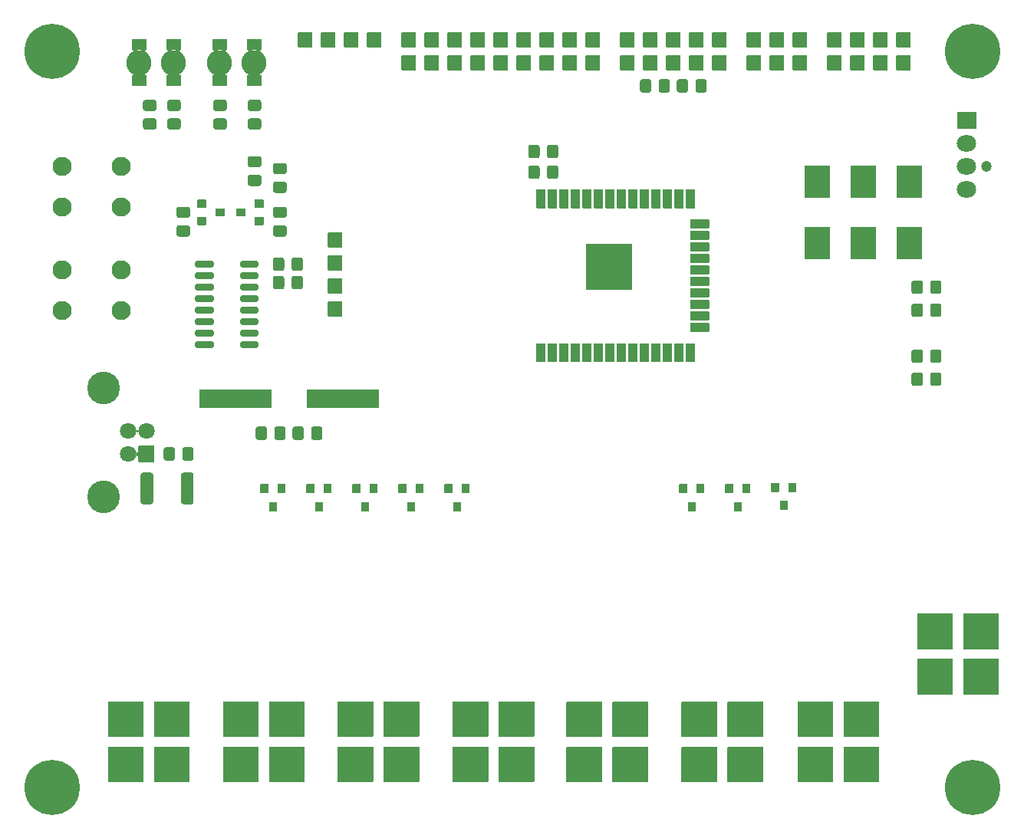
<source format=gbr>
G04 #@! TF.GenerationSoftware,KiCad,Pcbnew,5.1.10-88a1d61d58~88~ubuntu20.04.1*
G04 #@! TF.CreationDate,2021-07-01T12:33:08+02:00*
G04 #@! TF.ProjectId,chamber-board,6368616d-6265-4722-9d62-6f6172642e6b,rev?*
G04 #@! TF.SameCoordinates,Original*
G04 #@! TF.FileFunction,Soldermask,Bot*
G04 #@! TF.FilePolarity,Negative*
%FSLAX46Y46*%
G04 Gerber Fmt 4.6, Leading zero omitted, Abs format (unit mm)*
G04 Created by KiCad (PCBNEW 5.1.10-88a1d61d58~88~ubuntu20.04.1) date 2021-07-01 12:33:08*
%MOMM*%
%LPD*%
G01*
G04 APERTURE LIST*
%ADD10C,2.102000*%
%ADD11O,2.132000X1.832000*%
%ADD12C,1.202000*%
%ADD13C,1.802000*%
%ADD14C,3.602000*%
%ADD15C,2.802000*%
%ADD16C,6.102000*%
%ADD17C,0.100000*%
G04 APERTURE END LIST*
G36*
G01*
X160575000Y-72014000D02*
X165575000Y-72014000D01*
G75*
G02*
X165626000Y-72065000I0J-51000D01*
G01*
X165626000Y-77065000D01*
G75*
G02*
X165575000Y-77116000I-51000J0D01*
G01*
X160575000Y-77116000D01*
G75*
G02*
X160524000Y-77065000I0J51000D01*
G01*
X160524000Y-72065000D01*
G75*
G02*
X160575000Y-72014000I51000J0D01*
G01*
G37*
G36*
G01*
X155125000Y-66014000D02*
X156025000Y-66014000D01*
G75*
G02*
X156076000Y-66065000I0J-51000D01*
G01*
X156076000Y-68065000D01*
G75*
G02*
X156025000Y-68116000I-51000J0D01*
G01*
X155125000Y-68116000D01*
G75*
G02*
X155074000Y-68065000I0J51000D01*
G01*
X155074000Y-66065000D01*
G75*
G02*
X155125000Y-66014000I51000J0D01*
G01*
G37*
G36*
G01*
X156395000Y-66014000D02*
X157295000Y-66014000D01*
G75*
G02*
X157346000Y-66065000I0J-51000D01*
G01*
X157346000Y-68065000D01*
G75*
G02*
X157295000Y-68116000I-51000J0D01*
G01*
X156395000Y-68116000D01*
G75*
G02*
X156344000Y-68065000I0J51000D01*
G01*
X156344000Y-66065000D01*
G75*
G02*
X156395000Y-66014000I51000J0D01*
G01*
G37*
G36*
G01*
X157665000Y-66014000D02*
X158565000Y-66014000D01*
G75*
G02*
X158616000Y-66065000I0J-51000D01*
G01*
X158616000Y-68065000D01*
G75*
G02*
X158565000Y-68116000I-51000J0D01*
G01*
X157665000Y-68116000D01*
G75*
G02*
X157614000Y-68065000I0J51000D01*
G01*
X157614000Y-66065000D01*
G75*
G02*
X157665000Y-66014000I51000J0D01*
G01*
G37*
G36*
G01*
X158935000Y-66014000D02*
X159835000Y-66014000D01*
G75*
G02*
X159886000Y-66065000I0J-51000D01*
G01*
X159886000Y-68065000D01*
G75*
G02*
X159835000Y-68116000I-51000J0D01*
G01*
X158935000Y-68116000D01*
G75*
G02*
X158884000Y-68065000I0J51000D01*
G01*
X158884000Y-66065000D01*
G75*
G02*
X158935000Y-66014000I51000J0D01*
G01*
G37*
G36*
G01*
X160205000Y-66014000D02*
X161105000Y-66014000D01*
G75*
G02*
X161156000Y-66065000I0J-51000D01*
G01*
X161156000Y-68065000D01*
G75*
G02*
X161105000Y-68116000I-51000J0D01*
G01*
X160205000Y-68116000D01*
G75*
G02*
X160154000Y-68065000I0J51000D01*
G01*
X160154000Y-66065000D01*
G75*
G02*
X160205000Y-66014000I51000J0D01*
G01*
G37*
G36*
G01*
X161475000Y-66014000D02*
X162375000Y-66014000D01*
G75*
G02*
X162426000Y-66065000I0J-51000D01*
G01*
X162426000Y-68065000D01*
G75*
G02*
X162375000Y-68116000I-51000J0D01*
G01*
X161475000Y-68116000D01*
G75*
G02*
X161424000Y-68065000I0J51000D01*
G01*
X161424000Y-66065000D01*
G75*
G02*
X161475000Y-66014000I51000J0D01*
G01*
G37*
G36*
G01*
X162745000Y-66014000D02*
X163645000Y-66014000D01*
G75*
G02*
X163696000Y-66065000I0J-51000D01*
G01*
X163696000Y-68065000D01*
G75*
G02*
X163645000Y-68116000I-51000J0D01*
G01*
X162745000Y-68116000D01*
G75*
G02*
X162694000Y-68065000I0J51000D01*
G01*
X162694000Y-66065000D01*
G75*
G02*
X162745000Y-66014000I51000J0D01*
G01*
G37*
G36*
G01*
X164015000Y-66014000D02*
X164915000Y-66014000D01*
G75*
G02*
X164966000Y-66065000I0J-51000D01*
G01*
X164966000Y-68065000D01*
G75*
G02*
X164915000Y-68116000I-51000J0D01*
G01*
X164015000Y-68116000D01*
G75*
G02*
X163964000Y-68065000I0J51000D01*
G01*
X163964000Y-66065000D01*
G75*
G02*
X164015000Y-66014000I51000J0D01*
G01*
G37*
G36*
G01*
X165285000Y-66014000D02*
X166185000Y-66014000D01*
G75*
G02*
X166236000Y-66065000I0J-51000D01*
G01*
X166236000Y-68065000D01*
G75*
G02*
X166185000Y-68116000I-51000J0D01*
G01*
X165285000Y-68116000D01*
G75*
G02*
X165234000Y-68065000I0J51000D01*
G01*
X165234000Y-66065000D01*
G75*
G02*
X165285000Y-66014000I51000J0D01*
G01*
G37*
G36*
G01*
X166555000Y-66014000D02*
X167455000Y-66014000D01*
G75*
G02*
X167506000Y-66065000I0J-51000D01*
G01*
X167506000Y-68065000D01*
G75*
G02*
X167455000Y-68116000I-51000J0D01*
G01*
X166555000Y-68116000D01*
G75*
G02*
X166504000Y-68065000I0J51000D01*
G01*
X166504000Y-66065000D01*
G75*
G02*
X166555000Y-66014000I51000J0D01*
G01*
G37*
G36*
G01*
X167825000Y-66014000D02*
X168725000Y-66014000D01*
G75*
G02*
X168776000Y-66065000I0J-51000D01*
G01*
X168776000Y-68065000D01*
G75*
G02*
X168725000Y-68116000I-51000J0D01*
G01*
X167825000Y-68116000D01*
G75*
G02*
X167774000Y-68065000I0J51000D01*
G01*
X167774000Y-66065000D01*
G75*
G02*
X167825000Y-66014000I51000J0D01*
G01*
G37*
G36*
G01*
X169095000Y-66014000D02*
X169995000Y-66014000D01*
G75*
G02*
X170046000Y-66065000I0J-51000D01*
G01*
X170046000Y-68065000D01*
G75*
G02*
X169995000Y-68116000I-51000J0D01*
G01*
X169095000Y-68116000D01*
G75*
G02*
X169044000Y-68065000I0J51000D01*
G01*
X169044000Y-66065000D01*
G75*
G02*
X169095000Y-66014000I51000J0D01*
G01*
G37*
G36*
G01*
X170365000Y-66014000D02*
X171265000Y-66014000D01*
G75*
G02*
X171316000Y-66065000I0J-51000D01*
G01*
X171316000Y-68065000D01*
G75*
G02*
X171265000Y-68116000I-51000J0D01*
G01*
X170365000Y-68116000D01*
G75*
G02*
X170314000Y-68065000I0J51000D01*
G01*
X170314000Y-66065000D01*
G75*
G02*
X170365000Y-66014000I51000J0D01*
G01*
G37*
G36*
G01*
X171635000Y-66014000D02*
X172535000Y-66014000D01*
G75*
G02*
X172586000Y-66065000I0J-51000D01*
G01*
X172586000Y-68065000D01*
G75*
G02*
X172535000Y-68116000I-51000J0D01*
G01*
X171635000Y-68116000D01*
G75*
G02*
X171584000Y-68065000I0J51000D01*
G01*
X171584000Y-66065000D01*
G75*
G02*
X171635000Y-66014000I51000J0D01*
G01*
G37*
G36*
G01*
X174136000Y-69400000D02*
X174136000Y-70300000D01*
G75*
G02*
X174085000Y-70351000I-51000J0D01*
G01*
X172085000Y-70351000D01*
G75*
G02*
X172034000Y-70300000I0J51000D01*
G01*
X172034000Y-69400000D01*
G75*
G02*
X172085000Y-69349000I51000J0D01*
G01*
X174085000Y-69349000D01*
G75*
G02*
X174136000Y-69400000I0J-51000D01*
G01*
G37*
G36*
G01*
X174136000Y-70670000D02*
X174136000Y-71570000D01*
G75*
G02*
X174085000Y-71621000I-51000J0D01*
G01*
X172085000Y-71621000D01*
G75*
G02*
X172034000Y-71570000I0J51000D01*
G01*
X172034000Y-70670000D01*
G75*
G02*
X172085000Y-70619000I51000J0D01*
G01*
X174085000Y-70619000D01*
G75*
G02*
X174136000Y-70670000I0J-51000D01*
G01*
G37*
G36*
G01*
X174136000Y-71940000D02*
X174136000Y-72840000D01*
G75*
G02*
X174085000Y-72891000I-51000J0D01*
G01*
X172085000Y-72891000D01*
G75*
G02*
X172034000Y-72840000I0J51000D01*
G01*
X172034000Y-71940000D01*
G75*
G02*
X172085000Y-71889000I51000J0D01*
G01*
X174085000Y-71889000D01*
G75*
G02*
X174136000Y-71940000I0J-51000D01*
G01*
G37*
G36*
G01*
X174136000Y-73210000D02*
X174136000Y-74110000D01*
G75*
G02*
X174085000Y-74161000I-51000J0D01*
G01*
X172085000Y-74161000D01*
G75*
G02*
X172034000Y-74110000I0J51000D01*
G01*
X172034000Y-73210000D01*
G75*
G02*
X172085000Y-73159000I51000J0D01*
G01*
X174085000Y-73159000D01*
G75*
G02*
X174136000Y-73210000I0J-51000D01*
G01*
G37*
G36*
G01*
X174136000Y-74480000D02*
X174136000Y-75380000D01*
G75*
G02*
X174085000Y-75431000I-51000J0D01*
G01*
X172085000Y-75431000D01*
G75*
G02*
X172034000Y-75380000I0J51000D01*
G01*
X172034000Y-74480000D01*
G75*
G02*
X172085000Y-74429000I51000J0D01*
G01*
X174085000Y-74429000D01*
G75*
G02*
X174136000Y-74480000I0J-51000D01*
G01*
G37*
G36*
G01*
X174136000Y-75750000D02*
X174136000Y-76650000D01*
G75*
G02*
X174085000Y-76701000I-51000J0D01*
G01*
X172085000Y-76701000D01*
G75*
G02*
X172034000Y-76650000I0J51000D01*
G01*
X172034000Y-75750000D01*
G75*
G02*
X172085000Y-75699000I51000J0D01*
G01*
X174085000Y-75699000D01*
G75*
G02*
X174136000Y-75750000I0J-51000D01*
G01*
G37*
G36*
G01*
X174136000Y-77020000D02*
X174136000Y-77920000D01*
G75*
G02*
X174085000Y-77971000I-51000J0D01*
G01*
X172085000Y-77971000D01*
G75*
G02*
X172034000Y-77920000I0J51000D01*
G01*
X172034000Y-77020000D01*
G75*
G02*
X172085000Y-76969000I51000J0D01*
G01*
X174085000Y-76969000D01*
G75*
G02*
X174136000Y-77020000I0J-51000D01*
G01*
G37*
G36*
G01*
X174136000Y-78290000D02*
X174136000Y-79190000D01*
G75*
G02*
X174085000Y-79241000I-51000J0D01*
G01*
X172085000Y-79241000D01*
G75*
G02*
X172034000Y-79190000I0J51000D01*
G01*
X172034000Y-78290000D01*
G75*
G02*
X172085000Y-78239000I51000J0D01*
G01*
X174085000Y-78239000D01*
G75*
G02*
X174136000Y-78290000I0J-51000D01*
G01*
G37*
G36*
G01*
X174136000Y-79560000D02*
X174136000Y-80460000D01*
G75*
G02*
X174085000Y-80511000I-51000J0D01*
G01*
X172085000Y-80511000D01*
G75*
G02*
X172034000Y-80460000I0J51000D01*
G01*
X172034000Y-79560000D01*
G75*
G02*
X172085000Y-79509000I51000J0D01*
G01*
X174085000Y-79509000D01*
G75*
G02*
X174136000Y-79560000I0J-51000D01*
G01*
G37*
G36*
G01*
X174136000Y-80830000D02*
X174136000Y-81730000D01*
G75*
G02*
X174085000Y-81781000I-51000J0D01*
G01*
X172085000Y-81781000D01*
G75*
G02*
X172034000Y-81730000I0J51000D01*
G01*
X172034000Y-80830000D01*
G75*
G02*
X172085000Y-80779000I51000J0D01*
G01*
X174085000Y-80779000D01*
G75*
G02*
X174136000Y-80830000I0J-51000D01*
G01*
G37*
G36*
G01*
X171635000Y-83014000D02*
X172535000Y-83014000D01*
G75*
G02*
X172586000Y-83065000I0J-51000D01*
G01*
X172586000Y-85065000D01*
G75*
G02*
X172535000Y-85116000I-51000J0D01*
G01*
X171635000Y-85116000D01*
G75*
G02*
X171584000Y-85065000I0J51000D01*
G01*
X171584000Y-83065000D01*
G75*
G02*
X171635000Y-83014000I51000J0D01*
G01*
G37*
G36*
G01*
X170365000Y-83014000D02*
X171265000Y-83014000D01*
G75*
G02*
X171316000Y-83065000I0J-51000D01*
G01*
X171316000Y-85065000D01*
G75*
G02*
X171265000Y-85116000I-51000J0D01*
G01*
X170365000Y-85116000D01*
G75*
G02*
X170314000Y-85065000I0J51000D01*
G01*
X170314000Y-83065000D01*
G75*
G02*
X170365000Y-83014000I51000J0D01*
G01*
G37*
G36*
G01*
X169095000Y-83014000D02*
X169995000Y-83014000D01*
G75*
G02*
X170046000Y-83065000I0J-51000D01*
G01*
X170046000Y-85065000D01*
G75*
G02*
X169995000Y-85116000I-51000J0D01*
G01*
X169095000Y-85116000D01*
G75*
G02*
X169044000Y-85065000I0J51000D01*
G01*
X169044000Y-83065000D01*
G75*
G02*
X169095000Y-83014000I51000J0D01*
G01*
G37*
G36*
G01*
X167825000Y-83014000D02*
X168725000Y-83014000D01*
G75*
G02*
X168776000Y-83065000I0J-51000D01*
G01*
X168776000Y-85065000D01*
G75*
G02*
X168725000Y-85116000I-51000J0D01*
G01*
X167825000Y-85116000D01*
G75*
G02*
X167774000Y-85065000I0J51000D01*
G01*
X167774000Y-83065000D01*
G75*
G02*
X167825000Y-83014000I51000J0D01*
G01*
G37*
G36*
G01*
X166555000Y-83014000D02*
X167455000Y-83014000D01*
G75*
G02*
X167506000Y-83065000I0J-51000D01*
G01*
X167506000Y-85065000D01*
G75*
G02*
X167455000Y-85116000I-51000J0D01*
G01*
X166555000Y-85116000D01*
G75*
G02*
X166504000Y-85065000I0J51000D01*
G01*
X166504000Y-83065000D01*
G75*
G02*
X166555000Y-83014000I51000J0D01*
G01*
G37*
G36*
G01*
X165285000Y-83014000D02*
X166185000Y-83014000D01*
G75*
G02*
X166236000Y-83065000I0J-51000D01*
G01*
X166236000Y-85065000D01*
G75*
G02*
X166185000Y-85116000I-51000J0D01*
G01*
X165285000Y-85116000D01*
G75*
G02*
X165234000Y-85065000I0J51000D01*
G01*
X165234000Y-83065000D01*
G75*
G02*
X165285000Y-83014000I51000J0D01*
G01*
G37*
G36*
G01*
X164015000Y-83014000D02*
X164915000Y-83014000D01*
G75*
G02*
X164966000Y-83065000I0J-51000D01*
G01*
X164966000Y-85065000D01*
G75*
G02*
X164915000Y-85116000I-51000J0D01*
G01*
X164015000Y-85116000D01*
G75*
G02*
X163964000Y-85065000I0J51000D01*
G01*
X163964000Y-83065000D01*
G75*
G02*
X164015000Y-83014000I51000J0D01*
G01*
G37*
G36*
G01*
X162745000Y-83014000D02*
X163645000Y-83014000D01*
G75*
G02*
X163696000Y-83065000I0J-51000D01*
G01*
X163696000Y-85065000D01*
G75*
G02*
X163645000Y-85116000I-51000J0D01*
G01*
X162745000Y-85116000D01*
G75*
G02*
X162694000Y-85065000I0J51000D01*
G01*
X162694000Y-83065000D01*
G75*
G02*
X162745000Y-83014000I51000J0D01*
G01*
G37*
G36*
G01*
X161475000Y-83014000D02*
X162375000Y-83014000D01*
G75*
G02*
X162426000Y-83065000I0J-51000D01*
G01*
X162426000Y-85065000D01*
G75*
G02*
X162375000Y-85116000I-51000J0D01*
G01*
X161475000Y-85116000D01*
G75*
G02*
X161424000Y-85065000I0J51000D01*
G01*
X161424000Y-83065000D01*
G75*
G02*
X161475000Y-83014000I51000J0D01*
G01*
G37*
G36*
G01*
X160205000Y-83014000D02*
X161105000Y-83014000D01*
G75*
G02*
X161156000Y-83065000I0J-51000D01*
G01*
X161156000Y-85065000D01*
G75*
G02*
X161105000Y-85116000I-51000J0D01*
G01*
X160205000Y-85116000D01*
G75*
G02*
X160154000Y-85065000I0J51000D01*
G01*
X160154000Y-83065000D01*
G75*
G02*
X160205000Y-83014000I51000J0D01*
G01*
G37*
G36*
G01*
X158935000Y-83014000D02*
X159835000Y-83014000D01*
G75*
G02*
X159886000Y-83065000I0J-51000D01*
G01*
X159886000Y-85065000D01*
G75*
G02*
X159835000Y-85116000I-51000J0D01*
G01*
X158935000Y-85116000D01*
G75*
G02*
X158884000Y-85065000I0J51000D01*
G01*
X158884000Y-83065000D01*
G75*
G02*
X158935000Y-83014000I51000J0D01*
G01*
G37*
G36*
G01*
X157665000Y-83014000D02*
X158565000Y-83014000D01*
G75*
G02*
X158616000Y-83065000I0J-51000D01*
G01*
X158616000Y-85065000D01*
G75*
G02*
X158565000Y-85116000I-51000J0D01*
G01*
X157665000Y-85116000D01*
G75*
G02*
X157614000Y-85065000I0J51000D01*
G01*
X157614000Y-83065000D01*
G75*
G02*
X157665000Y-83014000I51000J0D01*
G01*
G37*
G36*
G01*
X156395000Y-83014000D02*
X157295000Y-83014000D01*
G75*
G02*
X157346000Y-83065000I0J-51000D01*
G01*
X157346000Y-85065000D01*
G75*
G02*
X157295000Y-85116000I-51000J0D01*
G01*
X156395000Y-85116000D01*
G75*
G02*
X156344000Y-85065000I0J51000D01*
G01*
X156344000Y-83065000D01*
G75*
G02*
X156395000Y-83014000I51000J0D01*
G01*
G37*
G36*
G01*
X155125000Y-83014000D02*
X156025000Y-83014000D01*
G75*
G02*
X156076000Y-83065000I0J-51000D01*
G01*
X156076000Y-85065000D01*
G75*
G02*
X156025000Y-85116000I-51000J0D01*
G01*
X155125000Y-85116000D01*
G75*
G02*
X155074000Y-85065000I0J51000D01*
G01*
X155074000Y-83065000D01*
G75*
G02*
X155125000Y-83014000I51000J0D01*
G01*
G37*
G36*
G01*
X132029000Y-80010000D02*
X132029000Y-78486000D01*
G75*
G02*
X132080000Y-78435000I51000J0D01*
G01*
X133604000Y-78435000D01*
G75*
G02*
X133655000Y-78486000I0J-51000D01*
G01*
X133655000Y-80010000D01*
G75*
G02*
X133604000Y-80061000I-51000J0D01*
G01*
X132080000Y-80061000D01*
G75*
G02*
X132029000Y-80010000I0J51000D01*
G01*
G37*
G36*
G01*
X132029000Y-77470000D02*
X132029000Y-75946000D01*
G75*
G02*
X132080000Y-75895000I51000J0D01*
G01*
X133604000Y-75895000D01*
G75*
G02*
X133655000Y-75946000I0J-51000D01*
G01*
X133655000Y-77470000D01*
G75*
G02*
X133604000Y-77521000I-51000J0D01*
G01*
X132080000Y-77521000D01*
G75*
G02*
X132029000Y-77470000I0J51000D01*
G01*
G37*
G36*
G01*
X132029000Y-74930000D02*
X132029000Y-73406000D01*
G75*
G02*
X132080000Y-73355000I51000J0D01*
G01*
X133604000Y-73355000D01*
G75*
G02*
X133655000Y-73406000I0J-51000D01*
G01*
X133655000Y-74930000D01*
G75*
G02*
X133604000Y-74981000I-51000J0D01*
G01*
X132080000Y-74981000D01*
G75*
G02*
X132029000Y-74930000I0J51000D01*
G01*
G37*
G36*
G01*
X132029000Y-72390000D02*
X132029000Y-70866000D01*
G75*
G02*
X132080000Y-70815000I51000J0D01*
G01*
X133604000Y-70815000D01*
G75*
G02*
X133655000Y-70866000I0J-51000D01*
G01*
X133655000Y-72390000D01*
G75*
G02*
X133604000Y-72441000I-51000J0D01*
G01*
X132080000Y-72441000D01*
G75*
G02*
X132029000Y-72390000I0J51000D01*
G01*
G37*
G36*
G01*
X149749253Y-122622625D02*
X149749253Y-126432625D01*
G75*
G02*
X149698253Y-126483625I-51000J0D01*
G01*
X145888253Y-126483625D01*
G75*
G02*
X145837253Y-126432625I0J51000D01*
G01*
X145837253Y-122622625D01*
G75*
G02*
X145888253Y-122571625I51000J0D01*
G01*
X149698253Y-122571625D01*
G75*
G02*
X149749253Y-122622625I0J-51000D01*
G01*
G37*
G36*
G01*
X149749253Y-127622625D02*
X149749253Y-131432625D01*
G75*
G02*
X149698253Y-131483625I-51000J0D01*
G01*
X145888253Y-131483625D01*
G75*
G02*
X145837253Y-131432625I0J51000D01*
G01*
X145837253Y-127622625D01*
G75*
G02*
X145888253Y-127571625I51000J0D01*
G01*
X149698253Y-127571625D01*
G75*
G02*
X149749253Y-127622625I0J-51000D01*
G01*
G37*
G36*
G01*
X142129253Y-127622625D02*
X142129253Y-131432625D01*
G75*
G02*
X142078253Y-131483625I-51000J0D01*
G01*
X138268253Y-131483625D01*
G75*
G02*
X138217253Y-131432625I0J51000D01*
G01*
X138217253Y-127622625D01*
G75*
G02*
X138268253Y-127571625I51000J0D01*
G01*
X142078253Y-127571625D01*
G75*
G02*
X142129253Y-127622625I0J-51000D01*
G01*
G37*
G36*
G01*
X142129253Y-122622625D02*
X142129253Y-126432625D01*
G75*
G02*
X142078253Y-126483625I-51000J0D01*
G01*
X138268253Y-126483625D01*
G75*
G02*
X138217253Y-126432625I0J51000D01*
G01*
X138217253Y-122622625D01*
G75*
G02*
X138268253Y-122571625I51000J0D01*
G01*
X142078253Y-122571625D01*
G75*
G02*
X142129253Y-122622625I0J-51000D01*
G01*
G37*
G36*
G01*
X137049253Y-122622625D02*
X137049253Y-126432625D01*
G75*
G02*
X136998253Y-126483625I-51000J0D01*
G01*
X133188253Y-126483625D01*
G75*
G02*
X133137253Y-126432625I0J51000D01*
G01*
X133137253Y-122622625D01*
G75*
G02*
X133188253Y-122571625I51000J0D01*
G01*
X136998253Y-122571625D01*
G75*
G02*
X137049253Y-122622625I0J-51000D01*
G01*
G37*
G36*
G01*
X137049253Y-127622625D02*
X137049253Y-131432625D01*
G75*
G02*
X136998253Y-131483625I-51000J0D01*
G01*
X133188253Y-131483625D01*
G75*
G02*
X133137253Y-131432625I0J51000D01*
G01*
X133137253Y-127622625D01*
G75*
G02*
X133188253Y-127571625I51000J0D01*
G01*
X136998253Y-127571625D01*
G75*
G02*
X137049253Y-127622625I0J-51000D01*
G01*
G37*
G36*
G01*
X154829253Y-127622625D02*
X154829253Y-131432625D01*
G75*
G02*
X154778253Y-131483625I-51000J0D01*
G01*
X150968253Y-131483625D01*
G75*
G02*
X150917253Y-131432625I0J51000D01*
G01*
X150917253Y-127622625D01*
G75*
G02*
X150968253Y-127571625I51000J0D01*
G01*
X154778253Y-127571625D01*
G75*
G02*
X154829253Y-127622625I0J-51000D01*
G01*
G37*
G36*
G01*
X154829253Y-122622625D02*
X154829253Y-126432625D01*
G75*
G02*
X154778253Y-126483625I-51000J0D01*
G01*
X150968253Y-126483625D01*
G75*
G02*
X150917253Y-126432625I0J51000D01*
G01*
X150917253Y-122622625D01*
G75*
G02*
X150968253Y-122571625I51000J0D01*
G01*
X154778253Y-122571625D01*
G75*
G02*
X154829253Y-122622625I0J-51000D01*
G01*
G37*
G36*
G01*
X187817012Y-122655028D02*
X187817012Y-126465028D01*
G75*
G02*
X187766012Y-126516028I-51000J0D01*
G01*
X183956012Y-126516028D01*
G75*
G02*
X183905012Y-126465028I0J51000D01*
G01*
X183905012Y-122655028D01*
G75*
G02*
X183956012Y-122604028I51000J0D01*
G01*
X187766012Y-122604028D01*
G75*
G02*
X187817012Y-122655028I0J-51000D01*
G01*
G37*
G36*
G01*
X187817012Y-127655028D02*
X187817012Y-131465028D01*
G75*
G02*
X187766012Y-131516028I-51000J0D01*
G01*
X183956012Y-131516028D01*
G75*
G02*
X183905012Y-131465028I0J51000D01*
G01*
X183905012Y-127655028D01*
G75*
G02*
X183956012Y-127604028I51000J0D01*
G01*
X187766012Y-127604028D01*
G75*
G02*
X187817012Y-127655028I0J-51000D01*
G01*
G37*
G36*
G01*
X206105012Y-117939528D02*
X206105012Y-121749528D01*
G75*
G02*
X206054012Y-121800528I-51000J0D01*
G01*
X202244012Y-121800528D01*
G75*
G02*
X202193012Y-121749528I0J51000D01*
G01*
X202193012Y-117939528D01*
G75*
G02*
X202244012Y-117888528I51000J0D01*
G01*
X206054012Y-117888528D01*
G75*
G02*
X206105012Y-117939528I0J-51000D01*
G01*
G37*
G36*
G01*
X206105012Y-112939528D02*
X206105012Y-116749528D01*
G75*
G02*
X206054012Y-116800528I-51000J0D01*
G01*
X202244012Y-116800528D01*
G75*
G02*
X202193012Y-116749528I0J51000D01*
G01*
X202193012Y-112939528D01*
G75*
G02*
X202244012Y-112888528I51000J0D01*
G01*
X206054012Y-112888528D01*
G75*
G02*
X206105012Y-112939528I0J-51000D01*
G01*
G37*
G36*
G01*
X201025012Y-112939528D02*
X201025012Y-116749528D01*
G75*
G02*
X200974012Y-116800528I-51000J0D01*
G01*
X197164012Y-116800528D01*
G75*
G02*
X197113012Y-116749528I0J51000D01*
G01*
X197113012Y-112939528D01*
G75*
G02*
X197164012Y-112888528I51000J0D01*
G01*
X200974012Y-112888528D01*
G75*
G02*
X201025012Y-112939528I0J-51000D01*
G01*
G37*
G36*
G01*
X201025012Y-117939528D02*
X201025012Y-121749528D01*
G75*
G02*
X200974012Y-121800528I-51000J0D01*
G01*
X197164012Y-121800528D01*
G75*
G02*
X197113012Y-121749528I0J51000D01*
G01*
X197113012Y-117939528D01*
G75*
G02*
X197164012Y-117888528I51000J0D01*
G01*
X200974012Y-117888528D01*
G75*
G02*
X201025012Y-117939528I0J-51000D01*
G01*
G37*
G36*
G01*
X167372052Y-127639337D02*
X167372052Y-131449337D01*
G75*
G02*
X167321052Y-131500337I-51000J0D01*
G01*
X163511052Y-131500337D01*
G75*
G02*
X163460052Y-131449337I0J51000D01*
G01*
X163460052Y-127639337D01*
G75*
G02*
X163511052Y-127588337I51000J0D01*
G01*
X167321052Y-127588337D01*
G75*
G02*
X167372052Y-127639337I0J-51000D01*
G01*
G37*
G36*
G01*
X167372052Y-122639337D02*
X167372052Y-126449337D01*
G75*
G02*
X167321052Y-126500337I-51000J0D01*
G01*
X163511052Y-126500337D01*
G75*
G02*
X163460052Y-126449337I0J51000D01*
G01*
X163460052Y-122639337D01*
G75*
G02*
X163511052Y-122588337I51000J0D01*
G01*
X167321052Y-122588337D01*
G75*
G02*
X167372052Y-122639337I0J-51000D01*
G01*
G37*
G36*
G01*
X180072052Y-122639337D02*
X180072052Y-126449337D01*
G75*
G02*
X180021052Y-126500337I-51000J0D01*
G01*
X176211052Y-126500337D01*
G75*
G02*
X176160052Y-126449337I0J51000D01*
G01*
X176160052Y-122639337D01*
G75*
G02*
X176211052Y-122588337I51000J0D01*
G01*
X180021052Y-122588337D01*
G75*
G02*
X180072052Y-122639337I0J-51000D01*
G01*
G37*
G36*
G01*
X180072052Y-127639337D02*
X180072052Y-131449337D01*
G75*
G02*
X180021052Y-131500337I-51000J0D01*
G01*
X176211052Y-131500337D01*
G75*
G02*
X176160052Y-131449337I0J51000D01*
G01*
X176160052Y-127639337D01*
G75*
G02*
X176211052Y-127588337I51000J0D01*
G01*
X180021052Y-127588337D01*
G75*
G02*
X180072052Y-127639337I0J-51000D01*
G01*
G37*
G36*
G01*
X174992052Y-127639337D02*
X174992052Y-131449337D01*
G75*
G02*
X174941052Y-131500337I-51000J0D01*
G01*
X171131052Y-131500337D01*
G75*
G02*
X171080052Y-131449337I0J51000D01*
G01*
X171080052Y-127639337D01*
G75*
G02*
X171131052Y-127588337I51000J0D01*
G01*
X174941052Y-127588337D01*
G75*
G02*
X174992052Y-127639337I0J-51000D01*
G01*
G37*
G36*
G01*
X174992052Y-122639337D02*
X174992052Y-126449337D01*
G75*
G02*
X174941052Y-126500337I-51000J0D01*
G01*
X171131052Y-126500337D01*
G75*
G02*
X171080052Y-126449337I0J51000D01*
G01*
X171080052Y-122639337D01*
G75*
G02*
X171131052Y-122588337I51000J0D01*
G01*
X174941052Y-122588337D01*
G75*
G02*
X174992052Y-122639337I0J-51000D01*
G01*
G37*
G36*
G01*
X192897012Y-122655028D02*
X192897012Y-126465028D01*
G75*
G02*
X192846012Y-126516028I-51000J0D01*
G01*
X189036012Y-126516028D01*
G75*
G02*
X188985012Y-126465028I0J51000D01*
G01*
X188985012Y-122655028D01*
G75*
G02*
X189036012Y-122604028I51000J0D01*
G01*
X192846012Y-122604028D01*
G75*
G02*
X192897012Y-122655028I0J-51000D01*
G01*
G37*
G36*
G01*
X192897012Y-127655028D02*
X192897012Y-131465028D01*
G75*
G02*
X192846012Y-131516028I-51000J0D01*
G01*
X189036012Y-131516028D01*
G75*
G02*
X188985012Y-131465028I0J51000D01*
G01*
X188985012Y-127655028D01*
G75*
G02*
X189036012Y-127604028I51000J0D01*
G01*
X192846012Y-127604028D01*
G75*
G02*
X192897012Y-127655028I0J-51000D01*
G01*
G37*
G36*
G01*
X162292052Y-127639337D02*
X162292052Y-131449337D01*
G75*
G02*
X162241052Y-131500337I-51000J0D01*
G01*
X158431052Y-131500337D01*
G75*
G02*
X158380052Y-131449337I0J51000D01*
G01*
X158380052Y-127639337D01*
G75*
G02*
X158431052Y-127588337I51000J0D01*
G01*
X162241052Y-127588337D01*
G75*
G02*
X162292052Y-127639337I0J-51000D01*
G01*
G37*
G36*
G01*
X162292052Y-122639337D02*
X162292052Y-126449337D01*
G75*
G02*
X162241052Y-126500337I-51000J0D01*
G01*
X158431052Y-126500337D01*
G75*
G02*
X158380052Y-126449337I0J51000D01*
G01*
X158380052Y-122639337D01*
G75*
G02*
X158431052Y-122588337I51000J0D01*
G01*
X162241052Y-122588337D01*
G75*
G02*
X162292052Y-122639337I0J-51000D01*
G01*
G37*
D10*
X109220000Y-74930000D03*
X109220000Y-79430000D03*
X102720000Y-74930000D03*
X102720000Y-79430000D03*
X102720000Y-68000000D03*
X102720000Y-63500000D03*
X109220000Y-68000000D03*
X109220000Y-63500000D03*
G36*
G01*
X131445000Y-92485172D02*
X131445000Y-93442828D01*
G75*
G02*
X131172828Y-93715000I-272172J0D01*
G01*
X130465172Y-93715000D01*
G75*
G02*
X130193000Y-93442828I0J272172D01*
G01*
X130193000Y-92485172D01*
G75*
G02*
X130465172Y-92213000I272172J0D01*
G01*
X131172828Y-92213000D01*
G75*
G02*
X131445000Y-92485172I0J-272172D01*
G01*
G37*
G36*
G01*
X129395000Y-92485172D02*
X129395000Y-93442828D01*
G75*
G02*
X129122828Y-93715000I-272172J0D01*
G01*
X128415172Y-93715000D01*
G75*
G02*
X128143000Y-93442828I0J272172D01*
G01*
X128143000Y-92485172D01*
G75*
G02*
X128415172Y-92213000I272172J0D01*
G01*
X129122828Y-92213000D01*
G75*
G02*
X129395000Y-92485172I0J-272172D01*
G01*
G37*
G36*
G01*
X126129000Y-93442828D02*
X126129000Y-92485172D01*
G75*
G02*
X126401172Y-92213000I272172J0D01*
G01*
X127108828Y-92213000D01*
G75*
G02*
X127381000Y-92485172I0J-272172D01*
G01*
X127381000Y-93442828D01*
G75*
G02*
X127108828Y-93715000I-272172J0D01*
G01*
X126401172Y-93715000D01*
G75*
G02*
X126129000Y-93442828I0J272172D01*
G01*
G37*
G36*
G01*
X124079000Y-93442828D02*
X124079000Y-92485172D01*
G75*
G02*
X124351172Y-92213000I272172J0D01*
G01*
X125058828Y-92213000D01*
G75*
G02*
X125331000Y-92485172I0J-272172D01*
G01*
X125331000Y-93442828D01*
G75*
G02*
X125058828Y-93715000I-272172J0D01*
G01*
X124351172Y-93715000D01*
G75*
G02*
X124079000Y-93442828I0J272172D01*
G01*
G37*
G36*
G01*
X113919000Y-95728828D02*
X113919000Y-94771172D01*
G75*
G02*
X114191172Y-94499000I272172J0D01*
G01*
X114898828Y-94499000D01*
G75*
G02*
X115171000Y-94771172I0J-272172D01*
G01*
X115171000Y-95728828D01*
G75*
G02*
X114898828Y-96001000I-272172J0D01*
G01*
X114191172Y-96001000D01*
G75*
G02*
X113919000Y-95728828I0J272172D01*
G01*
G37*
G36*
G01*
X115969000Y-95728828D02*
X115969000Y-94771172D01*
G75*
G02*
X116241172Y-94499000I272172J0D01*
G01*
X116948828Y-94499000D01*
G75*
G02*
X117221000Y-94771172I0J-272172D01*
G01*
X117221000Y-95728828D01*
G75*
G02*
X116948828Y-96001000I-272172J0D01*
G01*
X116241172Y-96001000D01*
G75*
G02*
X115969000Y-95728828I0J272172D01*
G01*
G37*
G36*
G01*
X155430000Y-63656172D02*
X155430000Y-64613828D01*
G75*
G02*
X155157828Y-64886000I-272172J0D01*
G01*
X154450172Y-64886000D01*
G75*
G02*
X154178000Y-64613828I0J272172D01*
G01*
X154178000Y-63656172D01*
G75*
G02*
X154450172Y-63384000I272172J0D01*
G01*
X155157828Y-63384000D01*
G75*
G02*
X155430000Y-63656172I0J-272172D01*
G01*
G37*
G36*
G01*
X157480000Y-63656172D02*
X157480000Y-64613828D01*
G75*
G02*
X157207828Y-64886000I-272172J0D01*
G01*
X156500172Y-64886000D01*
G75*
G02*
X156228000Y-64613828I0J272172D01*
G01*
X156228000Y-63656172D01*
G75*
G02*
X156500172Y-63384000I272172J0D01*
G01*
X157207828Y-63384000D01*
G75*
G02*
X157480000Y-63656172I0J-272172D01*
G01*
G37*
G36*
G01*
X157480000Y-61370172D02*
X157480000Y-62327828D01*
G75*
G02*
X157207828Y-62600000I-272172J0D01*
G01*
X156500172Y-62600000D01*
G75*
G02*
X156228000Y-62327828I0J272172D01*
G01*
X156228000Y-61370172D01*
G75*
G02*
X156500172Y-61098000I272172J0D01*
G01*
X157207828Y-61098000D01*
G75*
G02*
X157480000Y-61370172I0J-272172D01*
G01*
G37*
G36*
G01*
X155430000Y-61370172D02*
X155430000Y-62327828D01*
G75*
G02*
X155157828Y-62600000I-272172J0D01*
G01*
X154450172Y-62600000D01*
G75*
G02*
X154178000Y-62327828I0J272172D01*
G01*
X154178000Y-61370172D01*
G75*
G02*
X154450172Y-61098000I272172J0D01*
G01*
X155157828Y-61098000D01*
G75*
G02*
X155430000Y-61370172I0J-272172D01*
G01*
G37*
G36*
G01*
X198519000Y-84933828D02*
X198519000Y-83976172D01*
G75*
G02*
X198791172Y-83704000I272172J0D01*
G01*
X199498828Y-83704000D01*
G75*
G02*
X199771000Y-83976172I0J-272172D01*
G01*
X199771000Y-84933828D01*
G75*
G02*
X199498828Y-85206000I-272172J0D01*
G01*
X198791172Y-85206000D01*
G75*
G02*
X198519000Y-84933828I0J272172D01*
G01*
G37*
G36*
G01*
X196469000Y-84933828D02*
X196469000Y-83976172D01*
G75*
G02*
X196741172Y-83704000I272172J0D01*
G01*
X197448828Y-83704000D01*
G75*
G02*
X197721000Y-83976172I0J-272172D01*
G01*
X197721000Y-84933828D01*
G75*
G02*
X197448828Y-85206000I-272172J0D01*
G01*
X196741172Y-85206000D01*
G75*
G02*
X196469000Y-84933828I0J272172D01*
G01*
G37*
G36*
G01*
X196469000Y-87473828D02*
X196469000Y-86516172D01*
G75*
G02*
X196741172Y-86244000I272172J0D01*
G01*
X197448828Y-86244000D01*
G75*
G02*
X197721000Y-86516172I0J-272172D01*
G01*
X197721000Y-87473828D01*
G75*
G02*
X197448828Y-87746000I-272172J0D01*
G01*
X196741172Y-87746000D01*
G75*
G02*
X196469000Y-87473828I0J272172D01*
G01*
G37*
G36*
G01*
X198519000Y-87473828D02*
X198519000Y-86516172D01*
G75*
G02*
X198791172Y-86244000I272172J0D01*
G01*
X199498828Y-86244000D01*
G75*
G02*
X199771000Y-86516172I0J-272172D01*
G01*
X199771000Y-87473828D01*
G75*
G02*
X199498828Y-87746000I-272172J0D01*
G01*
X198791172Y-87746000D01*
G75*
G02*
X198519000Y-87473828I0J272172D01*
G01*
G37*
G36*
G01*
X198519000Y-77313828D02*
X198519000Y-76356172D01*
G75*
G02*
X198791172Y-76084000I272172J0D01*
G01*
X199498828Y-76084000D01*
G75*
G02*
X199771000Y-76356172I0J-272172D01*
G01*
X199771000Y-77313828D01*
G75*
G02*
X199498828Y-77586000I-272172J0D01*
G01*
X198791172Y-77586000D01*
G75*
G02*
X198519000Y-77313828I0J272172D01*
G01*
G37*
G36*
G01*
X196469000Y-77313828D02*
X196469000Y-76356172D01*
G75*
G02*
X196741172Y-76084000I272172J0D01*
G01*
X197448828Y-76084000D01*
G75*
G02*
X197721000Y-76356172I0J-272172D01*
G01*
X197721000Y-77313828D01*
G75*
G02*
X197448828Y-77586000I-272172J0D01*
G01*
X196741172Y-77586000D01*
G75*
G02*
X196469000Y-77313828I0J272172D01*
G01*
G37*
G36*
G01*
X196469000Y-79853828D02*
X196469000Y-78896172D01*
G75*
G02*
X196741172Y-78624000I272172J0D01*
G01*
X197448828Y-78624000D01*
G75*
G02*
X197721000Y-78896172I0J-272172D01*
G01*
X197721000Y-79853828D01*
G75*
G02*
X197448828Y-80126000I-272172J0D01*
G01*
X196741172Y-80126000D01*
G75*
G02*
X196469000Y-79853828I0J272172D01*
G01*
G37*
G36*
G01*
X198519000Y-79853828D02*
X198519000Y-78896172D01*
G75*
G02*
X198791172Y-78624000I272172J0D01*
G01*
X199498828Y-78624000D01*
G75*
G02*
X199771000Y-78896172I0J-272172D01*
G01*
X199771000Y-79853828D01*
G75*
G02*
X199498828Y-80126000I-272172J0D01*
G01*
X198791172Y-80126000D01*
G75*
G02*
X198519000Y-79853828I0J272172D01*
G01*
G37*
G36*
G01*
X201499000Y-59285000D02*
X201499000Y-57555000D01*
G75*
G02*
X201550000Y-57504000I51000J0D01*
G01*
X203580000Y-57504000D01*
G75*
G02*
X203631000Y-57555000I0J-51000D01*
G01*
X203631000Y-59285000D01*
G75*
G02*
X203580000Y-59336000I-51000J0D01*
G01*
X201550000Y-59336000D01*
G75*
G02*
X201499000Y-59285000I0J51000D01*
G01*
G37*
D11*
X202565000Y-60960000D03*
X202565000Y-63500000D03*
X202565000Y-66040000D03*
D12*
X204725000Y-63500000D03*
G36*
G01*
X112915000Y-94400000D02*
X112915000Y-96100000D01*
G75*
G02*
X112864000Y-96151000I-51000J0D01*
G01*
X111164000Y-96151000D01*
G75*
G02*
X111113000Y-96100000I0J51000D01*
G01*
X111113000Y-94400000D01*
G75*
G02*
X111164000Y-94349000I51000J0D01*
G01*
X112864000Y-94349000D01*
G75*
G02*
X112915000Y-94400000I0J-51000D01*
G01*
G37*
D13*
X112014000Y-92750000D03*
X110014000Y-92750000D03*
X110014000Y-95250000D03*
D14*
X107304000Y-100020000D03*
X107304000Y-87980000D03*
G36*
G01*
X137688000Y-88154000D02*
X137688000Y-90154000D01*
G75*
G02*
X137637000Y-90205000I-51000J0D01*
G01*
X129762000Y-90205000D01*
G75*
G02*
X129711000Y-90154000I0J51000D01*
G01*
X129711000Y-88154000D01*
G75*
G02*
X129762000Y-88103000I51000J0D01*
G01*
X137637000Y-88103000D01*
G75*
G02*
X137688000Y-88154000I0J-51000D01*
G01*
G37*
G36*
G01*
X125813000Y-88154000D02*
X125813000Y-90154000D01*
G75*
G02*
X125762000Y-90205000I-51000J0D01*
G01*
X117887000Y-90205000D01*
G75*
G02*
X117836000Y-90154000I0J51000D01*
G01*
X117836000Y-88154000D01*
G75*
G02*
X117887000Y-88103000I51000J0D01*
G01*
X125762000Y-88103000D01*
G75*
G02*
X125813000Y-88154000I0J-51000D01*
G01*
G37*
G36*
G01*
X192485001Y-73781000D02*
X189784999Y-73781000D01*
G75*
G02*
X189734000Y-73730001I0J50999D01*
G01*
X189734000Y-70229999D01*
G75*
G02*
X189784999Y-70179000I50999J0D01*
G01*
X192485001Y-70179000D01*
G75*
G02*
X192536000Y-70229999I0J-50999D01*
G01*
X192536000Y-73730001D01*
G75*
G02*
X192485001Y-73781000I-50999J0D01*
G01*
G37*
G36*
G01*
X192485001Y-66981000D02*
X189784999Y-66981000D01*
G75*
G02*
X189734000Y-66930001I0J50999D01*
G01*
X189734000Y-63429999D01*
G75*
G02*
X189784999Y-63379000I50999J0D01*
G01*
X192485001Y-63379000D01*
G75*
G02*
X192536000Y-63429999I0J-50999D01*
G01*
X192536000Y-66930001D01*
G75*
G02*
X192485001Y-66981000I-50999J0D01*
G01*
G37*
G36*
G01*
X197565001Y-66981000D02*
X194864999Y-66981000D01*
G75*
G02*
X194814000Y-66930001I0J50999D01*
G01*
X194814000Y-63429999D01*
G75*
G02*
X194864999Y-63379000I50999J0D01*
G01*
X197565001Y-63379000D01*
G75*
G02*
X197616000Y-63429999I0J-50999D01*
G01*
X197616000Y-66930001D01*
G75*
G02*
X197565001Y-66981000I-50999J0D01*
G01*
G37*
G36*
G01*
X197565001Y-73781000D02*
X194864999Y-73781000D01*
G75*
G02*
X194814000Y-73730001I0J50999D01*
G01*
X194814000Y-70229999D01*
G75*
G02*
X194864999Y-70179000I50999J0D01*
G01*
X197565001Y-70179000D01*
G75*
G02*
X197616000Y-70229999I0J-50999D01*
G01*
X197616000Y-73730001D01*
G75*
G02*
X197565001Y-73781000I-50999J0D01*
G01*
G37*
G36*
G01*
X184704999Y-63379000D02*
X187405001Y-63379000D01*
G75*
G02*
X187456000Y-63429999I0J-50999D01*
G01*
X187456000Y-66930001D01*
G75*
G02*
X187405001Y-66981000I-50999J0D01*
G01*
X184704999Y-66981000D01*
G75*
G02*
X184654000Y-66930001I0J50999D01*
G01*
X184654000Y-63429999D01*
G75*
G02*
X184704999Y-63379000I50999J0D01*
G01*
G37*
G36*
G01*
X184704999Y-70179000D02*
X187405001Y-70179000D01*
G75*
G02*
X187456000Y-70229999I0J-50999D01*
G01*
X187456000Y-73730001D01*
G75*
G02*
X187405001Y-73781000I-50999J0D01*
G01*
X184704999Y-73781000D01*
G75*
G02*
X184654000Y-73730001I0J50999D01*
G01*
X184654000Y-70229999D01*
G75*
G02*
X184704999Y-70179000I50999J0D01*
G01*
G37*
G36*
G01*
X111374000Y-100541385D02*
X111374000Y-97578615D01*
G75*
G02*
X111643615Y-97309000I269615J0D01*
G01*
X112506385Y-97309000D01*
G75*
G02*
X112776000Y-97578615I0J-269615D01*
G01*
X112776000Y-100541385D01*
G75*
G02*
X112506385Y-100811000I-269615J0D01*
G01*
X111643615Y-100811000D01*
G75*
G02*
X111374000Y-100541385I0J269615D01*
G01*
G37*
G36*
G01*
X115824000Y-100541385D02*
X115824000Y-97578615D01*
G75*
G02*
X116093615Y-97309000I269615J0D01*
G01*
X116956385Y-97309000D01*
G75*
G02*
X117226000Y-97578615I0J-269615D01*
G01*
X117226000Y-100541385D01*
G75*
G02*
X116956385Y-100811000I-269615J0D01*
G01*
X116093615Y-100811000D01*
G75*
G02*
X115824000Y-100541385I0J269615D01*
G01*
G37*
G36*
G01*
X116764000Y-127635000D02*
X116764000Y-131445000D01*
G75*
G02*
X116713000Y-131496000I-51000J0D01*
G01*
X112903000Y-131496000D01*
G75*
G02*
X112852000Y-131445000I0J51000D01*
G01*
X112852000Y-127635000D01*
G75*
G02*
X112903000Y-127584000I51000J0D01*
G01*
X116713000Y-127584000D01*
G75*
G02*
X116764000Y-127635000I0J-51000D01*
G01*
G37*
G36*
G01*
X116764000Y-122635000D02*
X116764000Y-126445000D01*
G75*
G02*
X116713000Y-126496000I-51000J0D01*
G01*
X112903000Y-126496000D01*
G75*
G02*
X112852000Y-126445000I0J51000D01*
G01*
X112852000Y-122635000D01*
G75*
G02*
X112903000Y-122584000I51000J0D01*
G01*
X116713000Y-122584000D01*
G75*
G02*
X116764000Y-122635000I0J-51000D01*
G01*
G37*
G36*
G01*
X111684000Y-122635000D02*
X111684000Y-126445000D01*
G75*
G02*
X111633000Y-126496000I-51000J0D01*
G01*
X107823000Y-126496000D01*
G75*
G02*
X107772000Y-126445000I0J51000D01*
G01*
X107772000Y-122635000D01*
G75*
G02*
X107823000Y-122584000I51000J0D01*
G01*
X111633000Y-122584000D01*
G75*
G02*
X111684000Y-122635000I0J-51000D01*
G01*
G37*
G36*
G01*
X111684000Y-127635000D02*
X111684000Y-131445000D01*
G75*
G02*
X111633000Y-131496000I-51000J0D01*
G01*
X107823000Y-131496000D01*
G75*
G02*
X107772000Y-131445000I0J51000D01*
G01*
X107772000Y-127635000D01*
G75*
G02*
X107823000Y-127584000I51000J0D01*
G01*
X111633000Y-127584000D01*
G75*
G02*
X111684000Y-127635000I0J-51000D01*
G01*
G37*
G36*
G01*
X129464000Y-127635000D02*
X129464000Y-131445000D01*
G75*
G02*
X129413000Y-131496000I-51000J0D01*
G01*
X125603000Y-131496000D01*
G75*
G02*
X125552000Y-131445000I0J51000D01*
G01*
X125552000Y-127635000D01*
G75*
G02*
X125603000Y-127584000I51000J0D01*
G01*
X129413000Y-127584000D01*
G75*
G02*
X129464000Y-127635000I0J-51000D01*
G01*
G37*
G36*
G01*
X129464000Y-122635000D02*
X129464000Y-126445000D01*
G75*
G02*
X129413000Y-126496000I-51000J0D01*
G01*
X125603000Y-126496000D01*
G75*
G02*
X125552000Y-126445000I0J51000D01*
G01*
X125552000Y-122635000D01*
G75*
G02*
X125603000Y-122584000I51000J0D01*
G01*
X129413000Y-122584000D01*
G75*
G02*
X129464000Y-122635000I0J-51000D01*
G01*
G37*
G36*
G01*
X124384000Y-122635000D02*
X124384000Y-126445000D01*
G75*
G02*
X124333000Y-126496000I-51000J0D01*
G01*
X120523000Y-126496000D01*
G75*
G02*
X120472000Y-126445000I0J51000D01*
G01*
X120472000Y-122635000D01*
G75*
G02*
X120523000Y-122584000I51000J0D01*
G01*
X124333000Y-122584000D01*
G75*
G02*
X124384000Y-122635000I0J-51000D01*
G01*
G37*
G36*
G01*
X124384000Y-127635000D02*
X124384000Y-131445000D01*
G75*
G02*
X124333000Y-131496000I-51000J0D01*
G01*
X120523000Y-131496000D01*
G75*
G02*
X120472000Y-131445000I0J51000D01*
G01*
X120472000Y-127635000D01*
G75*
G02*
X120523000Y-127584000I51000J0D01*
G01*
X124333000Y-127584000D01*
G75*
G02*
X124384000Y-127635000I0J-51000D01*
G01*
G37*
D15*
X123916640Y-52042461D03*
G36*
G01*
X124666640Y-50618461D02*
X123166640Y-50618461D01*
G75*
G02*
X123115640Y-50567461I0J51000D01*
G01*
X123115640Y-49517461D01*
G75*
G02*
X123166640Y-49466461I51000J0D01*
G01*
X124666640Y-49466461D01*
G75*
G02*
X124717640Y-49517461I0J-51000D01*
G01*
X124717640Y-50567461D01*
G75*
G02*
X124666640Y-50618461I-51000J0D01*
G01*
G37*
G36*
G01*
X124666640Y-54618461D02*
X123166640Y-54618461D01*
G75*
G02*
X123115640Y-54567461I0J51000D01*
G01*
X123115640Y-53517461D01*
G75*
G02*
X123166640Y-53466461I51000J0D01*
G01*
X124666640Y-53466461D01*
G75*
G02*
X124717640Y-53517461I0J-51000D01*
G01*
X124717640Y-54567461D01*
G75*
G02*
X124666640Y-54618461I-51000J0D01*
G01*
G37*
G36*
G01*
X115776640Y-54618461D02*
X114276640Y-54618461D01*
G75*
G02*
X114225640Y-54567461I0J51000D01*
G01*
X114225640Y-53517461D01*
G75*
G02*
X114276640Y-53466461I51000J0D01*
G01*
X115776640Y-53466461D01*
G75*
G02*
X115827640Y-53517461I0J-51000D01*
G01*
X115827640Y-54567461D01*
G75*
G02*
X115776640Y-54618461I-51000J0D01*
G01*
G37*
G36*
G01*
X115776640Y-50618461D02*
X114276640Y-50618461D01*
G75*
G02*
X114225640Y-50567461I0J51000D01*
G01*
X114225640Y-49517461D01*
G75*
G02*
X114276640Y-49466461I51000J0D01*
G01*
X115776640Y-49466461D01*
G75*
G02*
X115827640Y-49517461I0J-51000D01*
G01*
X115827640Y-50567461D01*
G75*
G02*
X115776640Y-50618461I-51000J0D01*
G01*
G37*
X115026640Y-52042461D03*
X120106640Y-52042461D03*
G36*
G01*
X120856640Y-50618461D02*
X119356640Y-50618461D01*
G75*
G02*
X119305640Y-50567461I0J51000D01*
G01*
X119305640Y-49517461D01*
G75*
G02*
X119356640Y-49466461I51000J0D01*
G01*
X120856640Y-49466461D01*
G75*
G02*
X120907640Y-49517461I0J-51000D01*
G01*
X120907640Y-50567461D01*
G75*
G02*
X120856640Y-50618461I-51000J0D01*
G01*
G37*
G36*
G01*
X120856640Y-54618461D02*
X119356640Y-54618461D01*
G75*
G02*
X119305640Y-54567461I0J51000D01*
G01*
X119305640Y-53517461D01*
G75*
G02*
X119356640Y-53466461I51000J0D01*
G01*
X120856640Y-53466461D01*
G75*
G02*
X120907640Y-53517461I0J-51000D01*
G01*
X120907640Y-54567461D01*
G75*
G02*
X120856640Y-54618461I-51000J0D01*
G01*
G37*
G36*
G01*
X111966640Y-54618461D02*
X110466640Y-54618461D01*
G75*
G02*
X110415640Y-54567461I0J51000D01*
G01*
X110415640Y-53517461D01*
G75*
G02*
X110466640Y-53466461I51000J0D01*
G01*
X111966640Y-53466461D01*
G75*
G02*
X112017640Y-53517461I0J-51000D01*
G01*
X112017640Y-54567461D01*
G75*
G02*
X111966640Y-54618461I-51000J0D01*
G01*
G37*
G36*
G01*
X111966640Y-50618461D02*
X110466640Y-50618461D01*
G75*
G02*
X110415640Y-50567461I0J51000D01*
G01*
X110415640Y-49517461D01*
G75*
G02*
X110466640Y-49466461I51000J0D01*
G01*
X111966640Y-49466461D01*
G75*
G02*
X112017640Y-49517461I0J-51000D01*
G01*
X112017640Y-50567461D01*
G75*
G02*
X111966640Y-50618461I-51000J0D01*
G01*
G37*
X111216640Y-52042461D03*
G36*
G01*
X137922000Y-50343000D02*
X136398000Y-50343000D01*
G75*
G02*
X136347000Y-50292000I0J51000D01*
G01*
X136347000Y-48768000D01*
G75*
G02*
X136398000Y-48717000I51000J0D01*
G01*
X137922000Y-48717000D01*
G75*
G02*
X137973000Y-48768000I0J-51000D01*
G01*
X137973000Y-50292000D01*
G75*
G02*
X137922000Y-50343000I-51000J0D01*
G01*
G37*
G36*
G01*
X135382000Y-50343000D02*
X133858000Y-50343000D01*
G75*
G02*
X133807000Y-50292000I0J51000D01*
G01*
X133807000Y-48768000D01*
G75*
G02*
X133858000Y-48717000I51000J0D01*
G01*
X135382000Y-48717000D01*
G75*
G02*
X135433000Y-48768000I0J-51000D01*
G01*
X135433000Y-50292000D01*
G75*
G02*
X135382000Y-50343000I-51000J0D01*
G01*
G37*
G36*
G01*
X132842000Y-50343000D02*
X131318000Y-50343000D01*
G75*
G02*
X131267000Y-50292000I0J51000D01*
G01*
X131267000Y-48768000D01*
G75*
G02*
X131318000Y-48717000I51000J0D01*
G01*
X132842000Y-48717000D01*
G75*
G02*
X132893000Y-48768000I0J-51000D01*
G01*
X132893000Y-50292000D01*
G75*
G02*
X132842000Y-50343000I-51000J0D01*
G01*
G37*
G36*
G01*
X130302000Y-50343000D02*
X128778000Y-50343000D01*
G75*
G02*
X128727000Y-50292000I0J51000D01*
G01*
X128727000Y-48768000D01*
G75*
G02*
X128778000Y-48717000I51000J0D01*
G01*
X130302000Y-48717000D01*
G75*
G02*
X130353000Y-48768000I0J-51000D01*
G01*
X130353000Y-50292000D01*
G75*
G02*
X130302000Y-50343000I-51000J0D01*
G01*
G37*
G36*
G01*
X179832000Y-52883000D02*
X178308000Y-52883000D01*
G75*
G02*
X178257000Y-52832000I0J51000D01*
G01*
X178257000Y-51308000D01*
G75*
G02*
X178308000Y-51257000I51000J0D01*
G01*
X179832000Y-51257000D01*
G75*
G02*
X179883000Y-51308000I0J-51000D01*
G01*
X179883000Y-52832000D01*
G75*
G02*
X179832000Y-52883000I-51000J0D01*
G01*
G37*
G36*
G01*
X179832000Y-50343000D02*
X178308000Y-50343000D01*
G75*
G02*
X178257000Y-50292000I0J51000D01*
G01*
X178257000Y-48768000D01*
G75*
G02*
X178308000Y-48717000I51000J0D01*
G01*
X179832000Y-48717000D01*
G75*
G02*
X179883000Y-48768000I0J-51000D01*
G01*
X179883000Y-50292000D01*
G75*
G02*
X179832000Y-50343000I-51000J0D01*
G01*
G37*
G36*
G01*
X182372000Y-52883000D02*
X180848000Y-52883000D01*
G75*
G02*
X180797000Y-52832000I0J51000D01*
G01*
X180797000Y-51308000D01*
G75*
G02*
X180848000Y-51257000I51000J0D01*
G01*
X182372000Y-51257000D01*
G75*
G02*
X182423000Y-51308000I0J-51000D01*
G01*
X182423000Y-52832000D01*
G75*
G02*
X182372000Y-52883000I-51000J0D01*
G01*
G37*
G36*
G01*
X182372000Y-50343000D02*
X180848000Y-50343000D01*
G75*
G02*
X180797000Y-50292000I0J51000D01*
G01*
X180797000Y-48768000D01*
G75*
G02*
X180848000Y-48717000I51000J0D01*
G01*
X182372000Y-48717000D01*
G75*
G02*
X182423000Y-48768000I0J-51000D01*
G01*
X182423000Y-50292000D01*
G75*
G02*
X182372000Y-50343000I-51000J0D01*
G01*
G37*
G36*
G01*
X184912000Y-52883000D02*
X183388000Y-52883000D01*
G75*
G02*
X183337000Y-52832000I0J51000D01*
G01*
X183337000Y-51308000D01*
G75*
G02*
X183388000Y-51257000I51000J0D01*
G01*
X184912000Y-51257000D01*
G75*
G02*
X184963000Y-51308000I0J-51000D01*
G01*
X184963000Y-52832000D01*
G75*
G02*
X184912000Y-52883000I-51000J0D01*
G01*
G37*
G36*
G01*
X184912000Y-50343000D02*
X183388000Y-50343000D01*
G75*
G02*
X183337000Y-50292000I0J51000D01*
G01*
X183337000Y-48768000D01*
G75*
G02*
X183388000Y-48717000I51000J0D01*
G01*
X184912000Y-48717000D01*
G75*
G02*
X184963000Y-48768000I0J-51000D01*
G01*
X184963000Y-50292000D01*
G75*
G02*
X184912000Y-50343000I-51000J0D01*
G01*
G37*
G36*
G01*
X188722000Y-52883000D02*
X187198000Y-52883000D01*
G75*
G02*
X187147000Y-52832000I0J51000D01*
G01*
X187147000Y-51308000D01*
G75*
G02*
X187198000Y-51257000I51000J0D01*
G01*
X188722000Y-51257000D01*
G75*
G02*
X188773000Y-51308000I0J-51000D01*
G01*
X188773000Y-52832000D01*
G75*
G02*
X188722000Y-52883000I-51000J0D01*
G01*
G37*
G36*
G01*
X188722000Y-50343000D02*
X187198000Y-50343000D01*
G75*
G02*
X187147000Y-50292000I0J51000D01*
G01*
X187147000Y-48768000D01*
G75*
G02*
X187198000Y-48717000I51000J0D01*
G01*
X188722000Y-48717000D01*
G75*
G02*
X188773000Y-48768000I0J-51000D01*
G01*
X188773000Y-50292000D01*
G75*
G02*
X188722000Y-50343000I-51000J0D01*
G01*
G37*
G36*
G01*
X191262000Y-52883000D02*
X189738000Y-52883000D01*
G75*
G02*
X189687000Y-52832000I0J51000D01*
G01*
X189687000Y-51308000D01*
G75*
G02*
X189738000Y-51257000I51000J0D01*
G01*
X191262000Y-51257000D01*
G75*
G02*
X191313000Y-51308000I0J-51000D01*
G01*
X191313000Y-52832000D01*
G75*
G02*
X191262000Y-52883000I-51000J0D01*
G01*
G37*
G36*
G01*
X191262000Y-50343000D02*
X189738000Y-50343000D01*
G75*
G02*
X189687000Y-50292000I0J51000D01*
G01*
X189687000Y-48768000D01*
G75*
G02*
X189738000Y-48717000I51000J0D01*
G01*
X191262000Y-48717000D01*
G75*
G02*
X191313000Y-48768000I0J-51000D01*
G01*
X191313000Y-50292000D01*
G75*
G02*
X191262000Y-50343000I-51000J0D01*
G01*
G37*
G36*
G01*
X193802000Y-52883000D02*
X192278000Y-52883000D01*
G75*
G02*
X192227000Y-52832000I0J51000D01*
G01*
X192227000Y-51308000D01*
G75*
G02*
X192278000Y-51257000I51000J0D01*
G01*
X193802000Y-51257000D01*
G75*
G02*
X193853000Y-51308000I0J-51000D01*
G01*
X193853000Y-52832000D01*
G75*
G02*
X193802000Y-52883000I-51000J0D01*
G01*
G37*
G36*
G01*
X193802000Y-50343000D02*
X192278000Y-50343000D01*
G75*
G02*
X192227000Y-50292000I0J51000D01*
G01*
X192227000Y-48768000D01*
G75*
G02*
X192278000Y-48717000I51000J0D01*
G01*
X193802000Y-48717000D01*
G75*
G02*
X193853000Y-48768000I0J-51000D01*
G01*
X193853000Y-50292000D01*
G75*
G02*
X193802000Y-50343000I-51000J0D01*
G01*
G37*
G36*
G01*
X196342000Y-52883000D02*
X194818000Y-52883000D01*
G75*
G02*
X194767000Y-52832000I0J51000D01*
G01*
X194767000Y-51308000D01*
G75*
G02*
X194818000Y-51257000I51000J0D01*
G01*
X196342000Y-51257000D01*
G75*
G02*
X196393000Y-51308000I0J-51000D01*
G01*
X196393000Y-52832000D01*
G75*
G02*
X196342000Y-52883000I-51000J0D01*
G01*
G37*
G36*
G01*
X196342000Y-50343000D02*
X194818000Y-50343000D01*
G75*
G02*
X194767000Y-50292000I0J51000D01*
G01*
X194767000Y-48768000D01*
G75*
G02*
X194818000Y-48717000I51000J0D01*
G01*
X196342000Y-48717000D01*
G75*
G02*
X196393000Y-48768000I0J-51000D01*
G01*
X196393000Y-50292000D01*
G75*
G02*
X196342000Y-50343000I-51000J0D01*
G01*
G37*
G36*
G01*
X165862000Y-52883000D02*
X164338000Y-52883000D01*
G75*
G02*
X164287000Y-52832000I0J51000D01*
G01*
X164287000Y-51308000D01*
G75*
G02*
X164338000Y-51257000I51000J0D01*
G01*
X165862000Y-51257000D01*
G75*
G02*
X165913000Y-51308000I0J-51000D01*
G01*
X165913000Y-52832000D01*
G75*
G02*
X165862000Y-52883000I-51000J0D01*
G01*
G37*
G36*
G01*
X165862000Y-50343000D02*
X164338000Y-50343000D01*
G75*
G02*
X164287000Y-50292000I0J51000D01*
G01*
X164287000Y-48768000D01*
G75*
G02*
X164338000Y-48717000I51000J0D01*
G01*
X165862000Y-48717000D01*
G75*
G02*
X165913000Y-48768000I0J-51000D01*
G01*
X165913000Y-50292000D01*
G75*
G02*
X165862000Y-50343000I-51000J0D01*
G01*
G37*
G36*
G01*
X168402000Y-52883000D02*
X166878000Y-52883000D01*
G75*
G02*
X166827000Y-52832000I0J51000D01*
G01*
X166827000Y-51308000D01*
G75*
G02*
X166878000Y-51257000I51000J0D01*
G01*
X168402000Y-51257000D01*
G75*
G02*
X168453000Y-51308000I0J-51000D01*
G01*
X168453000Y-52832000D01*
G75*
G02*
X168402000Y-52883000I-51000J0D01*
G01*
G37*
G36*
G01*
X168402000Y-50343000D02*
X166878000Y-50343000D01*
G75*
G02*
X166827000Y-50292000I0J51000D01*
G01*
X166827000Y-48768000D01*
G75*
G02*
X166878000Y-48717000I51000J0D01*
G01*
X168402000Y-48717000D01*
G75*
G02*
X168453000Y-48768000I0J-51000D01*
G01*
X168453000Y-50292000D01*
G75*
G02*
X168402000Y-50343000I-51000J0D01*
G01*
G37*
G36*
G01*
X170942000Y-52883000D02*
X169418000Y-52883000D01*
G75*
G02*
X169367000Y-52832000I0J51000D01*
G01*
X169367000Y-51308000D01*
G75*
G02*
X169418000Y-51257000I51000J0D01*
G01*
X170942000Y-51257000D01*
G75*
G02*
X170993000Y-51308000I0J-51000D01*
G01*
X170993000Y-52832000D01*
G75*
G02*
X170942000Y-52883000I-51000J0D01*
G01*
G37*
G36*
G01*
X170942000Y-50343000D02*
X169418000Y-50343000D01*
G75*
G02*
X169367000Y-50292000I0J51000D01*
G01*
X169367000Y-48768000D01*
G75*
G02*
X169418000Y-48717000I51000J0D01*
G01*
X170942000Y-48717000D01*
G75*
G02*
X170993000Y-48768000I0J-51000D01*
G01*
X170993000Y-50292000D01*
G75*
G02*
X170942000Y-50343000I-51000J0D01*
G01*
G37*
G36*
G01*
X173482000Y-52883000D02*
X171958000Y-52883000D01*
G75*
G02*
X171907000Y-52832000I0J51000D01*
G01*
X171907000Y-51308000D01*
G75*
G02*
X171958000Y-51257000I51000J0D01*
G01*
X173482000Y-51257000D01*
G75*
G02*
X173533000Y-51308000I0J-51000D01*
G01*
X173533000Y-52832000D01*
G75*
G02*
X173482000Y-52883000I-51000J0D01*
G01*
G37*
G36*
G01*
X173482000Y-50343000D02*
X171958000Y-50343000D01*
G75*
G02*
X171907000Y-50292000I0J51000D01*
G01*
X171907000Y-48768000D01*
G75*
G02*
X171958000Y-48717000I51000J0D01*
G01*
X173482000Y-48717000D01*
G75*
G02*
X173533000Y-48768000I0J-51000D01*
G01*
X173533000Y-50292000D01*
G75*
G02*
X173482000Y-50343000I-51000J0D01*
G01*
G37*
G36*
G01*
X176022000Y-52883000D02*
X174498000Y-52883000D01*
G75*
G02*
X174447000Y-52832000I0J51000D01*
G01*
X174447000Y-51308000D01*
G75*
G02*
X174498000Y-51257000I51000J0D01*
G01*
X176022000Y-51257000D01*
G75*
G02*
X176073000Y-51308000I0J-51000D01*
G01*
X176073000Y-52832000D01*
G75*
G02*
X176022000Y-52883000I-51000J0D01*
G01*
G37*
G36*
G01*
X176022000Y-50343000D02*
X174498000Y-50343000D01*
G75*
G02*
X174447000Y-50292000I0J51000D01*
G01*
X174447000Y-48768000D01*
G75*
G02*
X174498000Y-48717000I51000J0D01*
G01*
X176022000Y-48717000D01*
G75*
G02*
X176073000Y-48768000I0J-51000D01*
G01*
X176073000Y-50292000D01*
G75*
G02*
X176022000Y-50343000I-51000J0D01*
G01*
G37*
G36*
G01*
X141732000Y-52883000D02*
X140208000Y-52883000D01*
G75*
G02*
X140157000Y-52832000I0J51000D01*
G01*
X140157000Y-51308000D01*
G75*
G02*
X140208000Y-51257000I51000J0D01*
G01*
X141732000Y-51257000D01*
G75*
G02*
X141783000Y-51308000I0J-51000D01*
G01*
X141783000Y-52832000D01*
G75*
G02*
X141732000Y-52883000I-51000J0D01*
G01*
G37*
G36*
G01*
X141732000Y-50343000D02*
X140208000Y-50343000D01*
G75*
G02*
X140157000Y-50292000I0J51000D01*
G01*
X140157000Y-48768000D01*
G75*
G02*
X140208000Y-48717000I51000J0D01*
G01*
X141732000Y-48717000D01*
G75*
G02*
X141783000Y-48768000I0J-51000D01*
G01*
X141783000Y-50292000D01*
G75*
G02*
X141732000Y-50343000I-51000J0D01*
G01*
G37*
G36*
G01*
X144272000Y-52883000D02*
X142748000Y-52883000D01*
G75*
G02*
X142697000Y-52832000I0J51000D01*
G01*
X142697000Y-51308000D01*
G75*
G02*
X142748000Y-51257000I51000J0D01*
G01*
X144272000Y-51257000D01*
G75*
G02*
X144323000Y-51308000I0J-51000D01*
G01*
X144323000Y-52832000D01*
G75*
G02*
X144272000Y-52883000I-51000J0D01*
G01*
G37*
G36*
G01*
X144272000Y-50343000D02*
X142748000Y-50343000D01*
G75*
G02*
X142697000Y-50292000I0J51000D01*
G01*
X142697000Y-48768000D01*
G75*
G02*
X142748000Y-48717000I51000J0D01*
G01*
X144272000Y-48717000D01*
G75*
G02*
X144323000Y-48768000I0J-51000D01*
G01*
X144323000Y-50292000D01*
G75*
G02*
X144272000Y-50343000I-51000J0D01*
G01*
G37*
G36*
G01*
X146812000Y-52883000D02*
X145288000Y-52883000D01*
G75*
G02*
X145237000Y-52832000I0J51000D01*
G01*
X145237000Y-51308000D01*
G75*
G02*
X145288000Y-51257000I51000J0D01*
G01*
X146812000Y-51257000D01*
G75*
G02*
X146863000Y-51308000I0J-51000D01*
G01*
X146863000Y-52832000D01*
G75*
G02*
X146812000Y-52883000I-51000J0D01*
G01*
G37*
G36*
G01*
X146812000Y-50343000D02*
X145288000Y-50343000D01*
G75*
G02*
X145237000Y-50292000I0J51000D01*
G01*
X145237000Y-48768000D01*
G75*
G02*
X145288000Y-48717000I51000J0D01*
G01*
X146812000Y-48717000D01*
G75*
G02*
X146863000Y-48768000I0J-51000D01*
G01*
X146863000Y-50292000D01*
G75*
G02*
X146812000Y-50343000I-51000J0D01*
G01*
G37*
G36*
G01*
X149352000Y-52883000D02*
X147828000Y-52883000D01*
G75*
G02*
X147777000Y-52832000I0J51000D01*
G01*
X147777000Y-51308000D01*
G75*
G02*
X147828000Y-51257000I51000J0D01*
G01*
X149352000Y-51257000D01*
G75*
G02*
X149403000Y-51308000I0J-51000D01*
G01*
X149403000Y-52832000D01*
G75*
G02*
X149352000Y-52883000I-51000J0D01*
G01*
G37*
G36*
G01*
X149352000Y-50343000D02*
X147828000Y-50343000D01*
G75*
G02*
X147777000Y-50292000I0J51000D01*
G01*
X147777000Y-48768000D01*
G75*
G02*
X147828000Y-48717000I51000J0D01*
G01*
X149352000Y-48717000D01*
G75*
G02*
X149403000Y-48768000I0J-51000D01*
G01*
X149403000Y-50292000D01*
G75*
G02*
X149352000Y-50343000I-51000J0D01*
G01*
G37*
G36*
G01*
X151892000Y-52883000D02*
X150368000Y-52883000D01*
G75*
G02*
X150317000Y-52832000I0J51000D01*
G01*
X150317000Y-51308000D01*
G75*
G02*
X150368000Y-51257000I51000J0D01*
G01*
X151892000Y-51257000D01*
G75*
G02*
X151943000Y-51308000I0J-51000D01*
G01*
X151943000Y-52832000D01*
G75*
G02*
X151892000Y-52883000I-51000J0D01*
G01*
G37*
G36*
G01*
X151892000Y-50343000D02*
X150368000Y-50343000D01*
G75*
G02*
X150317000Y-50292000I0J51000D01*
G01*
X150317000Y-48768000D01*
G75*
G02*
X150368000Y-48717000I51000J0D01*
G01*
X151892000Y-48717000D01*
G75*
G02*
X151943000Y-48768000I0J-51000D01*
G01*
X151943000Y-50292000D01*
G75*
G02*
X151892000Y-50343000I-51000J0D01*
G01*
G37*
G36*
G01*
X154432000Y-52883000D02*
X152908000Y-52883000D01*
G75*
G02*
X152857000Y-52832000I0J51000D01*
G01*
X152857000Y-51308000D01*
G75*
G02*
X152908000Y-51257000I51000J0D01*
G01*
X154432000Y-51257000D01*
G75*
G02*
X154483000Y-51308000I0J-51000D01*
G01*
X154483000Y-52832000D01*
G75*
G02*
X154432000Y-52883000I-51000J0D01*
G01*
G37*
G36*
G01*
X154432000Y-50343000D02*
X152908000Y-50343000D01*
G75*
G02*
X152857000Y-50292000I0J51000D01*
G01*
X152857000Y-48768000D01*
G75*
G02*
X152908000Y-48717000I51000J0D01*
G01*
X154432000Y-48717000D01*
G75*
G02*
X154483000Y-48768000I0J-51000D01*
G01*
X154483000Y-50292000D01*
G75*
G02*
X154432000Y-50343000I-51000J0D01*
G01*
G37*
G36*
G01*
X156972000Y-52883000D02*
X155448000Y-52883000D01*
G75*
G02*
X155397000Y-52832000I0J51000D01*
G01*
X155397000Y-51308000D01*
G75*
G02*
X155448000Y-51257000I51000J0D01*
G01*
X156972000Y-51257000D01*
G75*
G02*
X157023000Y-51308000I0J-51000D01*
G01*
X157023000Y-52832000D01*
G75*
G02*
X156972000Y-52883000I-51000J0D01*
G01*
G37*
G36*
G01*
X156972000Y-50343000D02*
X155448000Y-50343000D01*
G75*
G02*
X155397000Y-50292000I0J51000D01*
G01*
X155397000Y-48768000D01*
G75*
G02*
X155448000Y-48717000I51000J0D01*
G01*
X156972000Y-48717000D01*
G75*
G02*
X157023000Y-48768000I0J-51000D01*
G01*
X157023000Y-50292000D01*
G75*
G02*
X156972000Y-50343000I-51000J0D01*
G01*
G37*
G36*
G01*
X159512000Y-52883000D02*
X157988000Y-52883000D01*
G75*
G02*
X157937000Y-52832000I0J51000D01*
G01*
X157937000Y-51308000D01*
G75*
G02*
X157988000Y-51257000I51000J0D01*
G01*
X159512000Y-51257000D01*
G75*
G02*
X159563000Y-51308000I0J-51000D01*
G01*
X159563000Y-52832000D01*
G75*
G02*
X159512000Y-52883000I-51000J0D01*
G01*
G37*
G36*
G01*
X159512000Y-50343000D02*
X157988000Y-50343000D01*
G75*
G02*
X157937000Y-50292000I0J51000D01*
G01*
X157937000Y-48768000D01*
G75*
G02*
X157988000Y-48717000I51000J0D01*
G01*
X159512000Y-48717000D01*
G75*
G02*
X159563000Y-48768000I0J-51000D01*
G01*
X159563000Y-50292000D01*
G75*
G02*
X159512000Y-50343000I-51000J0D01*
G01*
G37*
G36*
G01*
X162052000Y-52883000D02*
X160528000Y-52883000D01*
G75*
G02*
X160477000Y-52832000I0J51000D01*
G01*
X160477000Y-51308000D01*
G75*
G02*
X160528000Y-51257000I51000J0D01*
G01*
X162052000Y-51257000D01*
G75*
G02*
X162103000Y-51308000I0J-51000D01*
G01*
X162103000Y-52832000D01*
G75*
G02*
X162052000Y-52883000I-51000J0D01*
G01*
G37*
G36*
G01*
X162052000Y-50343000D02*
X160528000Y-50343000D01*
G75*
G02*
X160477000Y-50292000I0J51000D01*
G01*
X160477000Y-48768000D01*
G75*
G02*
X160528000Y-48717000I51000J0D01*
G01*
X162052000Y-48717000D01*
G75*
G02*
X162103000Y-48768000I0J-51000D01*
G01*
X162103000Y-50292000D01*
G75*
G02*
X162052000Y-50343000I-51000J0D01*
G01*
G37*
G36*
G01*
X124405000Y-74119500D02*
X124405000Y-74470500D01*
G75*
G02*
X124229500Y-74646000I-175500J0D01*
G01*
X122528500Y-74646000D01*
G75*
G02*
X122353000Y-74470500I0J175500D01*
G01*
X122353000Y-74119500D01*
G75*
G02*
X122528500Y-73944000I175500J0D01*
G01*
X124229500Y-73944000D01*
G75*
G02*
X124405000Y-74119500I0J-175500D01*
G01*
G37*
G36*
G01*
X124405000Y-75389500D02*
X124405000Y-75740500D01*
G75*
G02*
X124229500Y-75916000I-175500J0D01*
G01*
X122528500Y-75916000D01*
G75*
G02*
X122353000Y-75740500I0J175500D01*
G01*
X122353000Y-75389500D01*
G75*
G02*
X122528500Y-75214000I175500J0D01*
G01*
X124229500Y-75214000D01*
G75*
G02*
X124405000Y-75389500I0J-175500D01*
G01*
G37*
G36*
G01*
X124405000Y-76659500D02*
X124405000Y-77010500D01*
G75*
G02*
X124229500Y-77186000I-175500J0D01*
G01*
X122528500Y-77186000D01*
G75*
G02*
X122353000Y-77010500I0J175500D01*
G01*
X122353000Y-76659500D01*
G75*
G02*
X122528500Y-76484000I175500J0D01*
G01*
X124229500Y-76484000D01*
G75*
G02*
X124405000Y-76659500I0J-175500D01*
G01*
G37*
G36*
G01*
X124405000Y-77929500D02*
X124405000Y-78280500D01*
G75*
G02*
X124229500Y-78456000I-175500J0D01*
G01*
X122528500Y-78456000D01*
G75*
G02*
X122353000Y-78280500I0J175500D01*
G01*
X122353000Y-77929500D01*
G75*
G02*
X122528500Y-77754000I175500J0D01*
G01*
X124229500Y-77754000D01*
G75*
G02*
X124405000Y-77929500I0J-175500D01*
G01*
G37*
G36*
G01*
X124405000Y-79199500D02*
X124405000Y-79550500D01*
G75*
G02*
X124229500Y-79726000I-175500J0D01*
G01*
X122528500Y-79726000D01*
G75*
G02*
X122353000Y-79550500I0J175500D01*
G01*
X122353000Y-79199500D01*
G75*
G02*
X122528500Y-79024000I175500J0D01*
G01*
X124229500Y-79024000D01*
G75*
G02*
X124405000Y-79199500I0J-175500D01*
G01*
G37*
G36*
G01*
X124405000Y-80469500D02*
X124405000Y-80820500D01*
G75*
G02*
X124229500Y-80996000I-175500J0D01*
G01*
X122528500Y-80996000D01*
G75*
G02*
X122353000Y-80820500I0J175500D01*
G01*
X122353000Y-80469500D01*
G75*
G02*
X122528500Y-80294000I175500J0D01*
G01*
X124229500Y-80294000D01*
G75*
G02*
X124405000Y-80469500I0J-175500D01*
G01*
G37*
G36*
G01*
X124405000Y-81739500D02*
X124405000Y-82090500D01*
G75*
G02*
X124229500Y-82266000I-175500J0D01*
G01*
X122528500Y-82266000D01*
G75*
G02*
X122353000Y-82090500I0J175500D01*
G01*
X122353000Y-81739500D01*
G75*
G02*
X122528500Y-81564000I175500J0D01*
G01*
X124229500Y-81564000D01*
G75*
G02*
X124405000Y-81739500I0J-175500D01*
G01*
G37*
G36*
G01*
X124405000Y-83009500D02*
X124405000Y-83360500D01*
G75*
G02*
X124229500Y-83536000I-175500J0D01*
G01*
X122528500Y-83536000D01*
G75*
G02*
X122353000Y-83360500I0J175500D01*
G01*
X122353000Y-83009500D01*
G75*
G02*
X122528500Y-82834000I175500J0D01*
G01*
X124229500Y-82834000D01*
G75*
G02*
X124405000Y-83009500I0J-175500D01*
G01*
G37*
G36*
G01*
X119455000Y-83009500D02*
X119455000Y-83360500D01*
G75*
G02*
X119279500Y-83536000I-175500J0D01*
G01*
X117578500Y-83536000D01*
G75*
G02*
X117403000Y-83360500I0J175500D01*
G01*
X117403000Y-83009500D01*
G75*
G02*
X117578500Y-82834000I175500J0D01*
G01*
X119279500Y-82834000D01*
G75*
G02*
X119455000Y-83009500I0J-175500D01*
G01*
G37*
G36*
G01*
X119455000Y-81739500D02*
X119455000Y-82090500D01*
G75*
G02*
X119279500Y-82266000I-175500J0D01*
G01*
X117578500Y-82266000D01*
G75*
G02*
X117403000Y-82090500I0J175500D01*
G01*
X117403000Y-81739500D01*
G75*
G02*
X117578500Y-81564000I175500J0D01*
G01*
X119279500Y-81564000D01*
G75*
G02*
X119455000Y-81739500I0J-175500D01*
G01*
G37*
G36*
G01*
X119455000Y-80469500D02*
X119455000Y-80820500D01*
G75*
G02*
X119279500Y-80996000I-175500J0D01*
G01*
X117578500Y-80996000D01*
G75*
G02*
X117403000Y-80820500I0J175500D01*
G01*
X117403000Y-80469500D01*
G75*
G02*
X117578500Y-80294000I175500J0D01*
G01*
X119279500Y-80294000D01*
G75*
G02*
X119455000Y-80469500I0J-175500D01*
G01*
G37*
G36*
G01*
X119455000Y-79199500D02*
X119455000Y-79550500D01*
G75*
G02*
X119279500Y-79726000I-175500J0D01*
G01*
X117578500Y-79726000D01*
G75*
G02*
X117403000Y-79550500I0J175500D01*
G01*
X117403000Y-79199500D01*
G75*
G02*
X117578500Y-79024000I175500J0D01*
G01*
X119279500Y-79024000D01*
G75*
G02*
X119455000Y-79199500I0J-175500D01*
G01*
G37*
G36*
G01*
X119455000Y-77929500D02*
X119455000Y-78280500D01*
G75*
G02*
X119279500Y-78456000I-175500J0D01*
G01*
X117578500Y-78456000D01*
G75*
G02*
X117403000Y-78280500I0J175500D01*
G01*
X117403000Y-77929500D01*
G75*
G02*
X117578500Y-77754000I175500J0D01*
G01*
X119279500Y-77754000D01*
G75*
G02*
X119455000Y-77929500I0J-175500D01*
G01*
G37*
G36*
G01*
X119455000Y-76659500D02*
X119455000Y-77010500D01*
G75*
G02*
X119279500Y-77186000I-175500J0D01*
G01*
X117578500Y-77186000D01*
G75*
G02*
X117403000Y-77010500I0J175500D01*
G01*
X117403000Y-76659500D01*
G75*
G02*
X117578500Y-76484000I175500J0D01*
G01*
X119279500Y-76484000D01*
G75*
G02*
X119455000Y-76659500I0J-175500D01*
G01*
G37*
G36*
G01*
X119455000Y-75389500D02*
X119455000Y-75740500D01*
G75*
G02*
X119279500Y-75916000I-175500J0D01*
G01*
X117578500Y-75916000D01*
G75*
G02*
X117403000Y-75740500I0J175500D01*
G01*
X117403000Y-75389500D01*
G75*
G02*
X117578500Y-75214000I175500J0D01*
G01*
X119279500Y-75214000D01*
G75*
G02*
X119455000Y-75389500I0J-175500D01*
G01*
G37*
G36*
G01*
X119455000Y-74119500D02*
X119455000Y-74470500D01*
G75*
G02*
X119279500Y-74646000I-175500J0D01*
G01*
X117578500Y-74646000D01*
G75*
G02*
X117403000Y-74470500I0J175500D01*
G01*
X117403000Y-74119500D01*
G75*
G02*
X117578500Y-73944000I175500J0D01*
G01*
X119279500Y-73944000D01*
G75*
G02*
X119455000Y-74119500I0J-175500D01*
G01*
G37*
G36*
G01*
X181972000Y-100448000D02*
X182772000Y-100448000D01*
G75*
G02*
X182823000Y-100499000I0J-51000D01*
G01*
X182823000Y-101399000D01*
G75*
G02*
X182772000Y-101450000I-51000J0D01*
G01*
X181972000Y-101450000D01*
G75*
G02*
X181921000Y-101399000I0J51000D01*
G01*
X181921000Y-100499000D01*
G75*
G02*
X181972000Y-100448000I51000J0D01*
G01*
G37*
G36*
G01*
X182922000Y-98448000D02*
X183722000Y-98448000D01*
G75*
G02*
X183773000Y-98499000I0J-51000D01*
G01*
X183773000Y-99399000D01*
G75*
G02*
X183722000Y-99450000I-51000J0D01*
G01*
X182922000Y-99450000D01*
G75*
G02*
X182871000Y-99399000I0J51000D01*
G01*
X182871000Y-98499000D01*
G75*
G02*
X182922000Y-98448000I51000J0D01*
G01*
G37*
G36*
G01*
X181022000Y-98448000D02*
X181822000Y-98448000D01*
G75*
G02*
X181873000Y-98499000I0J-51000D01*
G01*
X181873000Y-99399000D01*
G75*
G02*
X181822000Y-99450000I-51000J0D01*
G01*
X181022000Y-99450000D01*
G75*
G02*
X180971000Y-99399000I0J51000D01*
G01*
X180971000Y-98499000D01*
G75*
G02*
X181022000Y-98448000I51000J0D01*
G01*
G37*
G36*
G01*
X175942000Y-98575000D02*
X176742000Y-98575000D01*
G75*
G02*
X176793000Y-98626000I0J-51000D01*
G01*
X176793000Y-99526000D01*
G75*
G02*
X176742000Y-99577000I-51000J0D01*
G01*
X175942000Y-99577000D01*
G75*
G02*
X175891000Y-99526000I0J51000D01*
G01*
X175891000Y-98626000D01*
G75*
G02*
X175942000Y-98575000I51000J0D01*
G01*
G37*
G36*
G01*
X177842000Y-98575000D02*
X178642000Y-98575000D01*
G75*
G02*
X178693000Y-98626000I0J-51000D01*
G01*
X178693000Y-99526000D01*
G75*
G02*
X178642000Y-99577000I-51000J0D01*
G01*
X177842000Y-99577000D01*
G75*
G02*
X177791000Y-99526000I0J51000D01*
G01*
X177791000Y-98626000D01*
G75*
G02*
X177842000Y-98575000I51000J0D01*
G01*
G37*
G36*
G01*
X176892000Y-100575000D02*
X177692000Y-100575000D01*
G75*
G02*
X177743000Y-100626000I0J-51000D01*
G01*
X177743000Y-101526000D01*
G75*
G02*
X177692000Y-101577000I-51000J0D01*
G01*
X176892000Y-101577000D01*
G75*
G02*
X176841000Y-101526000I0J51000D01*
G01*
X176841000Y-100626000D01*
G75*
G02*
X176892000Y-100575000I51000J0D01*
G01*
G37*
G36*
G01*
X171812000Y-100575000D02*
X172612000Y-100575000D01*
G75*
G02*
X172663000Y-100626000I0J-51000D01*
G01*
X172663000Y-101526000D01*
G75*
G02*
X172612000Y-101577000I-51000J0D01*
G01*
X171812000Y-101577000D01*
G75*
G02*
X171761000Y-101526000I0J51000D01*
G01*
X171761000Y-100626000D01*
G75*
G02*
X171812000Y-100575000I51000J0D01*
G01*
G37*
G36*
G01*
X172762000Y-98575000D02*
X173562000Y-98575000D01*
G75*
G02*
X173613000Y-98626000I0J-51000D01*
G01*
X173613000Y-99526000D01*
G75*
G02*
X173562000Y-99577000I-51000J0D01*
G01*
X172762000Y-99577000D01*
G75*
G02*
X172711000Y-99526000I0J51000D01*
G01*
X172711000Y-98626000D01*
G75*
G02*
X172762000Y-98575000I51000J0D01*
G01*
G37*
G36*
G01*
X170862000Y-98575000D02*
X171662000Y-98575000D01*
G75*
G02*
X171713000Y-98626000I0J-51000D01*
G01*
X171713000Y-99526000D01*
G75*
G02*
X171662000Y-99577000I-51000J0D01*
G01*
X170862000Y-99577000D01*
G75*
G02*
X170811000Y-99526000I0J51000D01*
G01*
X170811000Y-98626000D01*
G75*
G02*
X170862000Y-98575000I51000J0D01*
G01*
G37*
G36*
G01*
X144954000Y-98575000D02*
X145754000Y-98575000D01*
G75*
G02*
X145805000Y-98626000I0J-51000D01*
G01*
X145805000Y-99526000D01*
G75*
G02*
X145754000Y-99577000I-51000J0D01*
G01*
X144954000Y-99577000D01*
G75*
G02*
X144903000Y-99526000I0J51000D01*
G01*
X144903000Y-98626000D01*
G75*
G02*
X144954000Y-98575000I51000J0D01*
G01*
G37*
G36*
G01*
X146854000Y-98575000D02*
X147654000Y-98575000D01*
G75*
G02*
X147705000Y-98626000I0J-51000D01*
G01*
X147705000Y-99526000D01*
G75*
G02*
X147654000Y-99577000I-51000J0D01*
G01*
X146854000Y-99577000D01*
G75*
G02*
X146803000Y-99526000I0J51000D01*
G01*
X146803000Y-98626000D01*
G75*
G02*
X146854000Y-98575000I51000J0D01*
G01*
G37*
G36*
G01*
X145904000Y-100575000D02*
X146704000Y-100575000D01*
G75*
G02*
X146755000Y-100626000I0J-51000D01*
G01*
X146755000Y-101526000D01*
G75*
G02*
X146704000Y-101577000I-51000J0D01*
G01*
X145904000Y-101577000D01*
G75*
G02*
X145853000Y-101526000I0J51000D01*
G01*
X145853000Y-100626000D01*
G75*
G02*
X145904000Y-100575000I51000J0D01*
G01*
G37*
G36*
G01*
X135744000Y-100575000D02*
X136544000Y-100575000D01*
G75*
G02*
X136595000Y-100626000I0J-51000D01*
G01*
X136595000Y-101526000D01*
G75*
G02*
X136544000Y-101577000I-51000J0D01*
G01*
X135744000Y-101577000D01*
G75*
G02*
X135693000Y-101526000I0J51000D01*
G01*
X135693000Y-100626000D01*
G75*
G02*
X135744000Y-100575000I51000J0D01*
G01*
G37*
G36*
G01*
X136694000Y-98575000D02*
X137494000Y-98575000D01*
G75*
G02*
X137545000Y-98626000I0J-51000D01*
G01*
X137545000Y-99526000D01*
G75*
G02*
X137494000Y-99577000I-51000J0D01*
G01*
X136694000Y-99577000D01*
G75*
G02*
X136643000Y-99526000I0J51000D01*
G01*
X136643000Y-98626000D01*
G75*
G02*
X136694000Y-98575000I51000J0D01*
G01*
G37*
G36*
G01*
X134794000Y-98575000D02*
X135594000Y-98575000D01*
G75*
G02*
X135645000Y-98626000I0J-51000D01*
G01*
X135645000Y-99526000D01*
G75*
G02*
X135594000Y-99577000I-51000J0D01*
G01*
X134794000Y-99577000D01*
G75*
G02*
X134743000Y-99526000I0J51000D01*
G01*
X134743000Y-98626000D01*
G75*
G02*
X134794000Y-98575000I51000J0D01*
G01*
G37*
G36*
G01*
X129714000Y-98575000D02*
X130514000Y-98575000D01*
G75*
G02*
X130565000Y-98626000I0J-51000D01*
G01*
X130565000Y-99526000D01*
G75*
G02*
X130514000Y-99577000I-51000J0D01*
G01*
X129714000Y-99577000D01*
G75*
G02*
X129663000Y-99526000I0J51000D01*
G01*
X129663000Y-98626000D01*
G75*
G02*
X129714000Y-98575000I51000J0D01*
G01*
G37*
G36*
G01*
X131614000Y-98575000D02*
X132414000Y-98575000D01*
G75*
G02*
X132465000Y-98626000I0J-51000D01*
G01*
X132465000Y-99526000D01*
G75*
G02*
X132414000Y-99577000I-51000J0D01*
G01*
X131614000Y-99577000D01*
G75*
G02*
X131563000Y-99526000I0J51000D01*
G01*
X131563000Y-98626000D01*
G75*
G02*
X131614000Y-98575000I51000J0D01*
G01*
G37*
G36*
G01*
X130664000Y-100575000D02*
X131464000Y-100575000D01*
G75*
G02*
X131515000Y-100626000I0J-51000D01*
G01*
X131515000Y-101526000D01*
G75*
G02*
X131464000Y-101577000I-51000J0D01*
G01*
X130664000Y-101577000D01*
G75*
G02*
X130613000Y-101526000I0J51000D01*
G01*
X130613000Y-100626000D01*
G75*
G02*
X130664000Y-100575000I51000J0D01*
G01*
G37*
G36*
G01*
X125584000Y-100575000D02*
X126384000Y-100575000D01*
G75*
G02*
X126435000Y-100626000I0J-51000D01*
G01*
X126435000Y-101526000D01*
G75*
G02*
X126384000Y-101577000I-51000J0D01*
G01*
X125584000Y-101577000D01*
G75*
G02*
X125533000Y-101526000I0J51000D01*
G01*
X125533000Y-100626000D01*
G75*
G02*
X125584000Y-100575000I51000J0D01*
G01*
G37*
G36*
G01*
X126534000Y-98575000D02*
X127334000Y-98575000D01*
G75*
G02*
X127385000Y-98626000I0J-51000D01*
G01*
X127385000Y-99526000D01*
G75*
G02*
X127334000Y-99577000I-51000J0D01*
G01*
X126534000Y-99577000D01*
G75*
G02*
X126483000Y-99526000I0J51000D01*
G01*
X126483000Y-98626000D01*
G75*
G02*
X126534000Y-98575000I51000J0D01*
G01*
G37*
G36*
G01*
X124634000Y-98575000D02*
X125434000Y-98575000D01*
G75*
G02*
X125485000Y-98626000I0J-51000D01*
G01*
X125485000Y-99526000D01*
G75*
G02*
X125434000Y-99577000I-51000J0D01*
G01*
X124634000Y-99577000D01*
G75*
G02*
X124583000Y-99526000I0J51000D01*
G01*
X124583000Y-98626000D01*
G75*
G02*
X124634000Y-98575000I51000J0D01*
G01*
G37*
G36*
G01*
X117625000Y-69930000D02*
X117625000Y-69130000D01*
G75*
G02*
X117676000Y-69079000I51000J0D01*
G01*
X118576000Y-69079000D01*
G75*
G02*
X118627000Y-69130000I0J-51000D01*
G01*
X118627000Y-69930000D01*
G75*
G02*
X118576000Y-69981000I-51000J0D01*
G01*
X117676000Y-69981000D01*
G75*
G02*
X117625000Y-69930000I0J51000D01*
G01*
G37*
G36*
G01*
X117625000Y-68030000D02*
X117625000Y-67230000D01*
G75*
G02*
X117676000Y-67179000I51000J0D01*
G01*
X118576000Y-67179000D01*
G75*
G02*
X118627000Y-67230000I0J-51000D01*
G01*
X118627000Y-68030000D01*
G75*
G02*
X118576000Y-68081000I-51000J0D01*
G01*
X117676000Y-68081000D01*
G75*
G02*
X117625000Y-68030000I0J51000D01*
G01*
G37*
G36*
G01*
X119625000Y-68980000D02*
X119625000Y-68180000D01*
G75*
G02*
X119676000Y-68129000I51000J0D01*
G01*
X120576000Y-68129000D01*
G75*
G02*
X120627000Y-68180000I0J-51000D01*
G01*
X120627000Y-68980000D01*
G75*
G02*
X120576000Y-69031000I-51000J0D01*
G01*
X119676000Y-69031000D01*
G75*
G02*
X119625000Y-68980000I0J51000D01*
G01*
G37*
G36*
G01*
X122945000Y-68180000D02*
X122945000Y-68980000D01*
G75*
G02*
X122894000Y-69031000I-51000J0D01*
G01*
X121994000Y-69031000D01*
G75*
G02*
X121943000Y-68980000I0J51000D01*
G01*
X121943000Y-68180000D01*
G75*
G02*
X121994000Y-68129000I51000J0D01*
G01*
X122894000Y-68129000D01*
G75*
G02*
X122945000Y-68180000I0J-51000D01*
G01*
G37*
G36*
G01*
X124945000Y-69130000D02*
X124945000Y-69930000D01*
G75*
G02*
X124894000Y-69981000I-51000J0D01*
G01*
X123994000Y-69981000D01*
G75*
G02*
X123943000Y-69930000I0J51000D01*
G01*
X123943000Y-69130000D01*
G75*
G02*
X123994000Y-69079000I51000J0D01*
G01*
X124894000Y-69079000D01*
G75*
G02*
X124945000Y-69130000I0J-51000D01*
G01*
G37*
G36*
G01*
X124945000Y-67230000D02*
X124945000Y-68030000D01*
G75*
G02*
X124894000Y-68081000I-51000J0D01*
G01*
X123994000Y-68081000D01*
G75*
G02*
X123943000Y-68030000I0J51000D01*
G01*
X123943000Y-67230000D01*
G75*
G02*
X123994000Y-67179000I51000J0D01*
G01*
X124894000Y-67179000D01*
G75*
G02*
X124945000Y-67230000I0J-51000D01*
G01*
G37*
G36*
G01*
X139874000Y-98575000D02*
X140674000Y-98575000D01*
G75*
G02*
X140725000Y-98626000I0J-51000D01*
G01*
X140725000Y-99526000D01*
G75*
G02*
X140674000Y-99577000I-51000J0D01*
G01*
X139874000Y-99577000D01*
G75*
G02*
X139823000Y-99526000I0J51000D01*
G01*
X139823000Y-98626000D01*
G75*
G02*
X139874000Y-98575000I51000J0D01*
G01*
G37*
G36*
G01*
X141774000Y-98575000D02*
X142574000Y-98575000D01*
G75*
G02*
X142625000Y-98626000I0J-51000D01*
G01*
X142625000Y-99526000D01*
G75*
G02*
X142574000Y-99577000I-51000J0D01*
G01*
X141774000Y-99577000D01*
G75*
G02*
X141723000Y-99526000I0J51000D01*
G01*
X141723000Y-98626000D01*
G75*
G02*
X141774000Y-98575000I51000J0D01*
G01*
G37*
G36*
G01*
X140824000Y-100575000D02*
X141624000Y-100575000D01*
G75*
G02*
X141675000Y-100626000I0J-51000D01*
G01*
X141675000Y-101526000D01*
G75*
G02*
X141624000Y-101577000I-51000J0D01*
G01*
X140824000Y-101577000D01*
G75*
G02*
X140773000Y-101526000I0J51000D01*
G01*
X140773000Y-100626000D01*
G75*
G02*
X140824000Y-100575000I51000J0D01*
G01*
G37*
G36*
G01*
X115599172Y-69995000D02*
X116556828Y-69995000D01*
G75*
G02*
X116829000Y-70267172I0J-272172D01*
G01*
X116829000Y-70974828D01*
G75*
G02*
X116556828Y-71247000I-272172J0D01*
G01*
X115599172Y-71247000D01*
G75*
G02*
X115327000Y-70974828I0J272172D01*
G01*
X115327000Y-70267172D01*
G75*
G02*
X115599172Y-69995000I272172J0D01*
G01*
G37*
G36*
G01*
X115599172Y-67945000D02*
X116556828Y-67945000D01*
G75*
G02*
X116829000Y-68217172I0J-272172D01*
G01*
X116829000Y-68924828D01*
G75*
G02*
X116556828Y-69197000I-272172J0D01*
G01*
X115599172Y-69197000D01*
G75*
G02*
X115327000Y-68924828I0J272172D01*
G01*
X115327000Y-68217172D01*
G75*
G02*
X115599172Y-67945000I272172J0D01*
G01*
G37*
G36*
G01*
X170561000Y-55088828D02*
X170561000Y-54131172D01*
G75*
G02*
X170833172Y-53859000I272172J0D01*
G01*
X171540828Y-53859000D01*
G75*
G02*
X171813000Y-54131172I0J-272172D01*
G01*
X171813000Y-55088828D01*
G75*
G02*
X171540828Y-55361000I-272172J0D01*
G01*
X170833172Y-55361000D01*
G75*
G02*
X170561000Y-55088828I0J272172D01*
G01*
G37*
G36*
G01*
X172611000Y-55088828D02*
X172611000Y-54131172D01*
G75*
G02*
X172883172Y-53859000I272172J0D01*
G01*
X173590828Y-53859000D01*
G75*
G02*
X173863000Y-54131172I0J-272172D01*
G01*
X173863000Y-55088828D01*
G75*
G02*
X173590828Y-55361000I-272172J0D01*
G01*
X172883172Y-55361000D01*
G75*
G02*
X172611000Y-55088828I0J272172D01*
G01*
G37*
G36*
G01*
X127236000Y-73816172D02*
X127236000Y-74773828D01*
G75*
G02*
X126963828Y-75046000I-272172J0D01*
G01*
X126256172Y-75046000D01*
G75*
G02*
X125984000Y-74773828I0J272172D01*
G01*
X125984000Y-73816172D01*
G75*
G02*
X126256172Y-73544000I272172J0D01*
G01*
X126963828Y-73544000D01*
G75*
G02*
X127236000Y-73816172I0J-272172D01*
G01*
G37*
G36*
G01*
X129286000Y-73816172D02*
X129286000Y-74773828D01*
G75*
G02*
X129013828Y-75046000I-272172J0D01*
G01*
X128306172Y-75046000D01*
G75*
G02*
X128034000Y-74773828I0J272172D01*
G01*
X128034000Y-73816172D01*
G75*
G02*
X128306172Y-73544000I272172J0D01*
G01*
X129013828Y-73544000D01*
G75*
G02*
X129286000Y-73816172I0J-272172D01*
G01*
G37*
G36*
G01*
X129286000Y-75848172D02*
X129286000Y-76805828D01*
G75*
G02*
X129013828Y-77078000I-272172J0D01*
G01*
X128306172Y-77078000D01*
G75*
G02*
X128034000Y-76805828I0J272172D01*
G01*
X128034000Y-75848172D01*
G75*
G02*
X128306172Y-75576000I272172J0D01*
G01*
X129013828Y-75576000D01*
G75*
G02*
X129286000Y-75848172I0J-272172D01*
G01*
G37*
G36*
G01*
X127236000Y-75848172D02*
X127236000Y-76805828D01*
G75*
G02*
X126963828Y-77078000I-272172J0D01*
G01*
X126256172Y-77078000D01*
G75*
G02*
X125984000Y-76805828I0J272172D01*
G01*
X125984000Y-75848172D01*
G75*
G02*
X126256172Y-75576000I272172J0D01*
G01*
X126963828Y-75576000D01*
G75*
G02*
X127236000Y-75848172I0J-272172D01*
G01*
G37*
G36*
G01*
X111916172Y-58184000D02*
X112873828Y-58184000D01*
G75*
G02*
X113146000Y-58456172I0J-272172D01*
G01*
X113146000Y-59163828D01*
G75*
G02*
X112873828Y-59436000I-272172J0D01*
G01*
X111916172Y-59436000D01*
G75*
G02*
X111644000Y-59163828I0J272172D01*
G01*
X111644000Y-58456172D01*
G75*
G02*
X111916172Y-58184000I272172J0D01*
G01*
G37*
G36*
G01*
X111916172Y-56134000D02*
X112873828Y-56134000D01*
G75*
G02*
X113146000Y-56406172I0J-272172D01*
G01*
X113146000Y-57113828D01*
G75*
G02*
X112873828Y-57386000I-272172J0D01*
G01*
X111916172Y-57386000D01*
G75*
G02*
X111644000Y-57113828I0J272172D01*
G01*
X111644000Y-56406172D01*
G75*
G02*
X111916172Y-56134000I272172J0D01*
G01*
G37*
G36*
G01*
X114583172Y-56134000D02*
X115540828Y-56134000D01*
G75*
G02*
X115813000Y-56406172I0J-272172D01*
G01*
X115813000Y-57113828D01*
G75*
G02*
X115540828Y-57386000I-272172J0D01*
G01*
X114583172Y-57386000D01*
G75*
G02*
X114311000Y-57113828I0J272172D01*
G01*
X114311000Y-56406172D01*
G75*
G02*
X114583172Y-56134000I272172J0D01*
G01*
G37*
G36*
G01*
X114583172Y-58184000D02*
X115540828Y-58184000D01*
G75*
G02*
X115813000Y-58456172I0J-272172D01*
G01*
X115813000Y-59163828D01*
G75*
G02*
X115540828Y-59436000I-272172J0D01*
G01*
X114583172Y-59436000D01*
G75*
G02*
X114311000Y-59163828I0J272172D01*
G01*
X114311000Y-58456172D01*
G75*
G02*
X114583172Y-58184000I272172J0D01*
G01*
G37*
G36*
G01*
X123473172Y-58184000D02*
X124430828Y-58184000D01*
G75*
G02*
X124703000Y-58456172I0J-272172D01*
G01*
X124703000Y-59163828D01*
G75*
G02*
X124430828Y-59436000I-272172J0D01*
G01*
X123473172Y-59436000D01*
G75*
G02*
X123201000Y-59163828I0J272172D01*
G01*
X123201000Y-58456172D01*
G75*
G02*
X123473172Y-58184000I272172J0D01*
G01*
G37*
G36*
G01*
X123473172Y-56134000D02*
X124430828Y-56134000D01*
G75*
G02*
X124703000Y-56406172I0J-272172D01*
G01*
X124703000Y-57113828D01*
G75*
G02*
X124430828Y-57386000I-272172J0D01*
G01*
X123473172Y-57386000D01*
G75*
G02*
X123201000Y-57113828I0J272172D01*
G01*
X123201000Y-56406172D01*
G75*
G02*
X123473172Y-56134000I272172J0D01*
G01*
G37*
G36*
G01*
X126267172Y-67945000D02*
X127224828Y-67945000D01*
G75*
G02*
X127497000Y-68217172I0J-272172D01*
G01*
X127497000Y-68924828D01*
G75*
G02*
X127224828Y-69197000I-272172J0D01*
G01*
X126267172Y-69197000D01*
G75*
G02*
X125995000Y-68924828I0J272172D01*
G01*
X125995000Y-68217172D01*
G75*
G02*
X126267172Y-67945000I272172J0D01*
G01*
G37*
G36*
G01*
X126267172Y-69995000D02*
X127224828Y-69995000D01*
G75*
G02*
X127497000Y-70267172I0J-272172D01*
G01*
X127497000Y-70974828D01*
G75*
G02*
X127224828Y-71247000I-272172J0D01*
G01*
X126267172Y-71247000D01*
G75*
G02*
X125995000Y-70974828I0J272172D01*
G01*
X125995000Y-70267172D01*
G75*
G02*
X126267172Y-69995000I272172J0D01*
G01*
G37*
G36*
G01*
X119663172Y-58184000D02*
X120620828Y-58184000D01*
G75*
G02*
X120893000Y-58456172I0J-272172D01*
G01*
X120893000Y-59163828D01*
G75*
G02*
X120620828Y-59436000I-272172J0D01*
G01*
X119663172Y-59436000D01*
G75*
G02*
X119391000Y-59163828I0J272172D01*
G01*
X119391000Y-58456172D01*
G75*
G02*
X119663172Y-58184000I272172J0D01*
G01*
G37*
G36*
G01*
X119663172Y-56134000D02*
X120620828Y-56134000D01*
G75*
G02*
X120893000Y-56406172I0J-272172D01*
G01*
X120893000Y-57113828D01*
G75*
G02*
X120620828Y-57386000I-272172J0D01*
G01*
X119663172Y-57386000D01*
G75*
G02*
X119391000Y-57113828I0J272172D01*
G01*
X119391000Y-56406172D01*
G75*
G02*
X119663172Y-56134000I272172J0D01*
G01*
G37*
G36*
G01*
X126267172Y-63119000D02*
X127224828Y-63119000D01*
G75*
G02*
X127497000Y-63391172I0J-272172D01*
G01*
X127497000Y-64098828D01*
G75*
G02*
X127224828Y-64371000I-272172J0D01*
G01*
X126267172Y-64371000D01*
G75*
G02*
X125995000Y-64098828I0J272172D01*
G01*
X125995000Y-63391172D01*
G75*
G02*
X126267172Y-63119000I272172J0D01*
G01*
G37*
G36*
G01*
X126267172Y-65169000D02*
X127224828Y-65169000D01*
G75*
G02*
X127497000Y-65441172I0J-272172D01*
G01*
X127497000Y-66148828D01*
G75*
G02*
X127224828Y-66421000I-272172J0D01*
G01*
X126267172Y-66421000D01*
G75*
G02*
X125995000Y-66148828I0J272172D01*
G01*
X125995000Y-65441172D01*
G75*
G02*
X126267172Y-65169000I272172J0D01*
G01*
G37*
G36*
G01*
X123473172Y-64407000D02*
X124430828Y-64407000D01*
G75*
G02*
X124703000Y-64679172I0J-272172D01*
G01*
X124703000Y-65386828D01*
G75*
G02*
X124430828Y-65659000I-272172J0D01*
G01*
X123473172Y-65659000D01*
G75*
G02*
X123201000Y-65386828I0J272172D01*
G01*
X123201000Y-64679172D01*
G75*
G02*
X123473172Y-64407000I272172J0D01*
G01*
G37*
G36*
G01*
X123473172Y-62357000D02*
X124430828Y-62357000D01*
G75*
G02*
X124703000Y-62629172I0J-272172D01*
G01*
X124703000Y-63336828D01*
G75*
G02*
X124430828Y-63609000I-272172J0D01*
G01*
X123473172Y-63609000D01*
G75*
G02*
X123201000Y-63336828I0J272172D01*
G01*
X123201000Y-62629172D01*
G75*
G02*
X123473172Y-62357000I272172J0D01*
G01*
G37*
G36*
G01*
X169799000Y-54131172D02*
X169799000Y-55088828D01*
G75*
G02*
X169526828Y-55361000I-272172J0D01*
G01*
X168819172Y-55361000D01*
G75*
G02*
X168547000Y-55088828I0J272172D01*
G01*
X168547000Y-54131172D01*
G75*
G02*
X168819172Y-53859000I272172J0D01*
G01*
X169526828Y-53859000D01*
G75*
G02*
X169799000Y-54131172I0J-272172D01*
G01*
G37*
G36*
G01*
X167749000Y-54131172D02*
X167749000Y-55088828D01*
G75*
G02*
X167476828Y-55361000I-272172J0D01*
G01*
X166769172Y-55361000D01*
G75*
G02*
X166497000Y-55088828I0J272172D01*
G01*
X166497000Y-54131172D01*
G75*
G02*
X166769172Y-53859000I272172J0D01*
G01*
X167476828Y-53859000D01*
G75*
G02*
X167749000Y-54131172I0J-272172D01*
G01*
G37*
D16*
X101600000Y-132080000D03*
X101600000Y-50800000D03*
X203200000Y-132080000D03*
X203200000Y-50800000D03*
D17*
G36*
X111114165Y-94931665D02*
G01*
X111115000Y-94933291D01*
X111115000Y-95566709D01*
X111114000Y-95568441D01*
X111112000Y-95568441D01*
X111111010Y-95566905D01*
X111108628Y-95542718D01*
X111101628Y-95519643D01*
X111090263Y-95498379D01*
X111074968Y-95479742D01*
X111056331Y-95464447D01*
X111035067Y-95453082D01*
X111011992Y-95446082D01*
X110988001Y-95443719D01*
X110964010Y-95446082D01*
X110940935Y-95453082D01*
X110919671Y-95464447D01*
X110901034Y-95479742D01*
X110885739Y-95498379D01*
X110877172Y-95514408D01*
X110875473Y-95515464D01*
X110873710Y-95514521D01*
X110873560Y-95512700D01*
X110874279Y-95510964D01*
X110908661Y-95338114D01*
X110908661Y-95161886D01*
X110874279Y-94989036D01*
X110873560Y-94987300D01*
X110873821Y-94985318D01*
X110875669Y-94984552D01*
X110877172Y-94985592D01*
X110885739Y-95001621D01*
X110901035Y-95020258D01*
X110919672Y-95035553D01*
X110940935Y-95046918D01*
X110964010Y-95053918D01*
X110988001Y-95056281D01*
X111011992Y-95053918D01*
X111035067Y-95046918D01*
X111056331Y-95035553D01*
X111074968Y-95020257D01*
X111090263Y-95001620D01*
X111101628Y-94980357D01*
X111108628Y-94957282D01*
X111111010Y-94933095D01*
X111112175Y-94931469D01*
X111114165Y-94931665D01*
G37*
G36*
X111136277Y-92572453D02*
G01*
X111136779Y-92574210D01*
X111119339Y-92661886D01*
X111119339Y-92838114D01*
X111136779Y-92925790D01*
X111136136Y-92927684D01*
X111134174Y-92928074D01*
X111132903Y-92926761D01*
X111127627Y-92909369D01*
X111116262Y-92888105D01*
X111100967Y-92869468D01*
X111082330Y-92854173D01*
X111061066Y-92842808D01*
X111037991Y-92835808D01*
X111014000Y-92833445D01*
X110990009Y-92835808D01*
X110966934Y-92842808D01*
X110945670Y-92854173D01*
X110927033Y-92869468D01*
X110911738Y-92888105D01*
X110900373Y-92909369D01*
X110895097Y-92926761D01*
X110893637Y-92928128D01*
X110891723Y-92927547D01*
X110891221Y-92925790D01*
X110908661Y-92838114D01*
X110908661Y-92661886D01*
X110891221Y-92574210D01*
X110891864Y-92572316D01*
X110893826Y-92571926D01*
X110895097Y-92573239D01*
X110900373Y-92590631D01*
X110911738Y-92611895D01*
X110927033Y-92630532D01*
X110945670Y-92645827D01*
X110966934Y-92657192D01*
X110990009Y-92664192D01*
X111014000Y-92666555D01*
X111037991Y-92664192D01*
X111061066Y-92657192D01*
X111082330Y-92645827D01*
X111100967Y-92630532D01*
X111116262Y-92611895D01*
X111127627Y-92590631D01*
X111132903Y-92573239D01*
X111134363Y-92571872D01*
X111136277Y-92572453D01*
G37*
G36*
X123202542Y-53239766D02*
G01*
X123257160Y-53276260D01*
X123510533Y-53381210D01*
X123779517Y-53434715D01*
X124053763Y-53434715D01*
X124322747Y-53381210D01*
X124576120Y-53276260D01*
X124630738Y-53239766D01*
X124632734Y-53239635D01*
X124633845Y-53241298D01*
X124633118Y-53242975D01*
X124619080Y-53254495D01*
X124603785Y-53273132D01*
X124592420Y-53294396D01*
X124585420Y-53317471D01*
X124583057Y-53341462D01*
X124585420Y-53365453D01*
X124592420Y-53388528D01*
X124603785Y-53409792D01*
X124619080Y-53428429D01*
X124637717Y-53443724D01*
X124658981Y-53455089D01*
X124682056Y-53462089D01*
X124706243Y-53464471D01*
X124707869Y-53465636D01*
X124707673Y-53467626D01*
X124706047Y-53468461D01*
X123127233Y-53468461D01*
X123125501Y-53467461D01*
X123125501Y-53465461D01*
X123127037Y-53464471D01*
X123151224Y-53462089D01*
X123174299Y-53455089D01*
X123195563Y-53443724D01*
X123214200Y-53428429D01*
X123229495Y-53409792D01*
X123240860Y-53388528D01*
X123247860Y-53365453D01*
X123250223Y-53341462D01*
X123247860Y-53317471D01*
X123240860Y-53294396D01*
X123229495Y-53273132D01*
X123214200Y-53254495D01*
X123200162Y-53242975D01*
X123199458Y-53241103D01*
X123200726Y-53239557D01*
X123202542Y-53239766D01*
G37*
G36*
X114312542Y-53239766D02*
G01*
X114367160Y-53276260D01*
X114620533Y-53381210D01*
X114889517Y-53434715D01*
X115163763Y-53434715D01*
X115432747Y-53381210D01*
X115686120Y-53276260D01*
X115740738Y-53239766D01*
X115742734Y-53239635D01*
X115743845Y-53241298D01*
X115743118Y-53242975D01*
X115729080Y-53254495D01*
X115713785Y-53273132D01*
X115702420Y-53294396D01*
X115695420Y-53317471D01*
X115693057Y-53341462D01*
X115695420Y-53365453D01*
X115702420Y-53388528D01*
X115713785Y-53409792D01*
X115729080Y-53428429D01*
X115747717Y-53443724D01*
X115768981Y-53455089D01*
X115792056Y-53462089D01*
X115816243Y-53464471D01*
X115817869Y-53465636D01*
X115817673Y-53467626D01*
X115816047Y-53468461D01*
X114237233Y-53468461D01*
X114235501Y-53467461D01*
X114235501Y-53465461D01*
X114237037Y-53464471D01*
X114261224Y-53462089D01*
X114284299Y-53455089D01*
X114305563Y-53443724D01*
X114324200Y-53428429D01*
X114339495Y-53409792D01*
X114350860Y-53388528D01*
X114357860Y-53365453D01*
X114360223Y-53341462D01*
X114357860Y-53317471D01*
X114350860Y-53294396D01*
X114339495Y-53273132D01*
X114324200Y-53254495D01*
X114310162Y-53242975D01*
X114309458Y-53241103D01*
X114310726Y-53239557D01*
X114312542Y-53239766D01*
G37*
G36*
X110502542Y-53239766D02*
G01*
X110557160Y-53276260D01*
X110810533Y-53381210D01*
X111079517Y-53434715D01*
X111353763Y-53434715D01*
X111622747Y-53381210D01*
X111876120Y-53276260D01*
X111930738Y-53239766D01*
X111932734Y-53239635D01*
X111933845Y-53241298D01*
X111933118Y-53242975D01*
X111919080Y-53254495D01*
X111903785Y-53273132D01*
X111892420Y-53294396D01*
X111885420Y-53317471D01*
X111883057Y-53341462D01*
X111885420Y-53365453D01*
X111892420Y-53388528D01*
X111903785Y-53409792D01*
X111919080Y-53428429D01*
X111937717Y-53443724D01*
X111958981Y-53455089D01*
X111982056Y-53462089D01*
X112006243Y-53464471D01*
X112007869Y-53465636D01*
X112007673Y-53467626D01*
X112006047Y-53468461D01*
X110427233Y-53468461D01*
X110425501Y-53467461D01*
X110425501Y-53465461D01*
X110427037Y-53464471D01*
X110451224Y-53462089D01*
X110474299Y-53455089D01*
X110495563Y-53443724D01*
X110514200Y-53428429D01*
X110529495Y-53409792D01*
X110540860Y-53388528D01*
X110547860Y-53365453D01*
X110550223Y-53341462D01*
X110547860Y-53317471D01*
X110540860Y-53294396D01*
X110529495Y-53273132D01*
X110514200Y-53254495D01*
X110500162Y-53242975D01*
X110499458Y-53241103D01*
X110500726Y-53239557D01*
X110502542Y-53239766D01*
G37*
G36*
X119392542Y-53239766D02*
G01*
X119447160Y-53276260D01*
X119700533Y-53381210D01*
X119969517Y-53434715D01*
X120243763Y-53434715D01*
X120512747Y-53381210D01*
X120766120Y-53276260D01*
X120820738Y-53239766D01*
X120822734Y-53239635D01*
X120823845Y-53241298D01*
X120823118Y-53242975D01*
X120809080Y-53254495D01*
X120793785Y-53273132D01*
X120782420Y-53294396D01*
X120775420Y-53317471D01*
X120773057Y-53341462D01*
X120775420Y-53365453D01*
X120782420Y-53388528D01*
X120793785Y-53409792D01*
X120809080Y-53428429D01*
X120827717Y-53443724D01*
X120848981Y-53455089D01*
X120872056Y-53462089D01*
X120896243Y-53464471D01*
X120897869Y-53465636D01*
X120897673Y-53467626D01*
X120896047Y-53468461D01*
X119317233Y-53468461D01*
X119315501Y-53467461D01*
X119315501Y-53465461D01*
X119317037Y-53464471D01*
X119341224Y-53462089D01*
X119364299Y-53455089D01*
X119385563Y-53443724D01*
X119404200Y-53428429D01*
X119419495Y-53409792D01*
X119430860Y-53388528D01*
X119437860Y-53365453D01*
X119440223Y-53341462D01*
X119437860Y-53317471D01*
X119430860Y-53294396D01*
X119419495Y-53273132D01*
X119404200Y-53254495D01*
X119390162Y-53242975D01*
X119389458Y-53241103D01*
X119390726Y-53239557D01*
X119392542Y-53239766D01*
G37*
G36*
X112007779Y-50617461D02*
G01*
X112007779Y-50619461D01*
X112006243Y-50620451D01*
X111982056Y-50622833D01*
X111958981Y-50629833D01*
X111937717Y-50641198D01*
X111919080Y-50656493D01*
X111903785Y-50675130D01*
X111892420Y-50696394D01*
X111885420Y-50719469D01*
X111883057Y-50743460D01*
X111885420Y-50767451D01*
X111892420Y-50790526D01*
X111903785Y-50811790D01*
X111919080Y-50830427D01*
X111933118Y-50841947D01*
X111933822Y-50843819D01*
X111932554Y-50845365D01*
X111930738Y-50845156D01*
X111876120Y-50808662D01*
X111622747Y-50703712D01*
X111353763Y-50650207D01*
X111079517Y-50650207D01*
X110810533Y-50703712D01*
X110557160Y-50808662D01*
X110502542Y-50845156D01*
X110500546Y-50845287D01*
X110499435Y-50843624D01*
X110500162Y-50841947D01*
X110514200Y-50830427D01*
X110529495Y-50811790D01*
X110540860Y-50790526D01*
X110547860Y-50767451D01*
X110550223Y-50743460D01*
X110547860Y-50719469D01*
X110540860Y-50696394D01*
X110529495Y-50675130D01*
X110514200Y-50656493D01*
X110495563Y-50641198D01*
X110474299Y-50629833D01*
X110451224Y-50622833D01*
X110427037Y-50620451D01*
X110425411Y-50619286D01*
X110425607Y-50617296D01*
X110427233Y-50616461D01*
X112006047Y-50616461D01*
X112007779Y-50617461D01*
G37*
G36*
X124707779Y-50617461D02*
G01*
X124707779Y-50619461D01*
X124706243Y-50620451D01*
X124682056Y-50622833D01*
X124658981Y-50629833D01*
X124637717Y-50641198D01*
X124619080Y-50656493D01*
X124603785Y-50675130D01*
X124592420Y-50696394D01*
X124585420Y-50719469D01*
X124583057Y-50743460D01*
X124585420Y-50767451D01*
X124592420Y-50790526D01*
X124603785Y-50811790D01*
X124619080Y-50830427D01*
X124633118Y-50841947D01*
X124633822Y-50843819D01*
X124632554Y-50845365D01*
X124630738Y-50845156D01*
X124576120Y-50808662D01*
X124322747Y-50703712D01*
X124053763Y-50650207D01*
X123779517Y-50650207D01*
X123510533Y-50703712D01*
X123257160Y-50808662D01*
X123202542Y-50845156D01*
X123200546Y-50845287D01*
X123199435Y-50843624D01*
X123200162Y-50841947D01*
X123214200Y-50830427D01*
X123229495Y-50811790D01*
X123240860Y-50790526D01*
X123247860Y-50767451D01*
X123250223Y-50743460D01*
X123247860Y-50719469D01*
X123240860Y-50696394D01*
X123229495Y-50675130D01*
X123214200Y-50656493D01*
X123195563Y-50641198D01*
X123174299Y-50629833D01*
X123151224Y-50622833D01*
X123127037Y-50620451D01*
X123125411Y-50619286D01*
X123125607Y-50617296D01*
X123127233Y-50616461D01*
X124706047Y-50616461D01*
X124707779Y-50617461D01*
G37*
G36*
X120897779Y-50617461D02*
G01*
X120897779Y-50619461D01*
X120896243Y-50620451D01*
X120872056Y-50622833D01*
X120848981Y-50629833D01*
X120827717Y-50641198D01*
X120809080Y-50656493D01*
X120793785Y-50675130D01*
X120782420Y-50696394D01*
X120775420Y-50719469D01*
X120773057Y-50743460D01*
X120775420Y-50767451D01*
X120782420Y-50790526D01*
X120793785Y-50811790D01*
X120809080Y-50830427D01*
X120823118Y-50841947D01*
X120823822Y-50843819D01*
X120822554Y-50845365D01*
X120820738Y-50845156D01*
X120766120Y-50808662D01*
X120512747Y-50703712D01*
X120243763Y-50650207D01*
X119969517Y-50650207D01*
X119700533Y-50703712D01*
X119447160Y-50808662D01*
X119392542Y-50845156D01*
X119390546Y-50845287D01*
X119389435Y-50843624D01*
X119390162Y-50841947D01*
X119404200Y-50830427D01*
X119419495Y-50811790D01*
X119430860Y-50790526D01*
X119437860Y-50767451D01*
X119440223Y-50743460D01*
X119437860Y-50719469D01*
X119430860Y-50696394D01*
X119419495Y-50675130D01*
X119404200Y-50656493D01*
X119385563Y-50641198D01*
X119364299Y-50629833D01*
X119341224Y-50622833D01*
X119317037Y-50620451D01*
X119315411Y-50619286D01*
X119315607Y-50617296D01*
X119317233Y-50616461D01*
X120896047Y-50616461D01*
X120897779Y-50617461D01*
G37*
G36*
X115817779Y-50617461D02*
G01*
X115817779Y-50619461D01*
X115816243Y-50620451D01*
X115792056Y-50622833D01*
X115768981Y-50629833D01*
X115747717Y-50641198D01*
X115729080Y-50656493D01*
X115713785Y-50675130D01*
X115702420Y-50696394D01*
X115695420Y-50719469D01*
X115693057Y-50743460D01*
X115695420Y-50767451D01*
X115702420Y-50790526D01*
X115713785Y-50811790D01*
X115729080Y-50830427D01*
X115743118Y-50841947D01*
X115743822Y-50843819D01*
X115742554Y-50845365D01*
X115740738Y-50845156D01*
X115686120Y-50808662D01*
X115432747Y-50703712D01*
X115163763Y-50650207D01*
X114889517Y-50650207D01*
X114620533Y-50703712D01*
X114367160Y-50808662D01*
X114312542Y-50845156D01*
X114310546Y-50845287D01*
X114309435Y-50843624D01*
X114310162Y-50841947D01*
X114324200Y-50830427D01*
X114339495Y-50811790D01*
X114350860Y-50790526D01*
X114357860Y-50767451D01*
X114360223Y-50743460D01*
X114357860Y-50719469D01*
X114350860Y-50696394D01*
X114339495Y-50675130D01*
X114324200Y-50656493D01*
X114305563Y-50641198D01*
X114284299Y-50629833D01*
X114261224Y-50622833D01*
X114237037Y-50620451D01*
X114235411Y-50619286D01*
X114235607Y-50617296D01*
X114237233Y-50616461D01*
X115816047Y-50616461D01*
X115817779Y-50617461D01*
G37*
M02*

</source>
